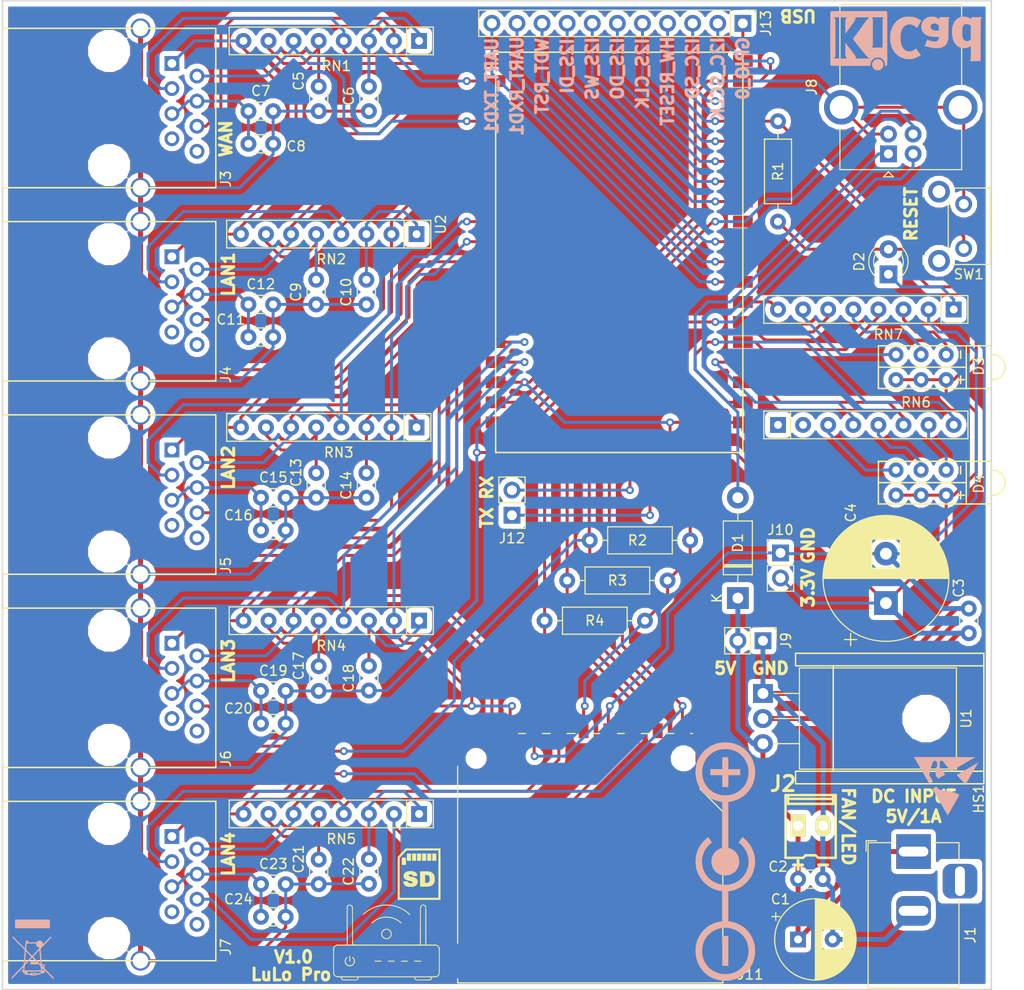
<source format=kicad_pcb>
(kicad_pcb (version 20171130) (host pcbnew 5.1.5-52549c5~86~ubuntu19.04.1)
  (title_block (title "Open Router") (date 2019-03-13) (rev "Rev V1.0"))
  (layers (0 F.Cu signal) (31 B.Cu signal hide) (34 B.Paste user) (35 F.Paste user) (36 B.SilkS user) (37 F.SilkS user) (38 B.Mask user) (39 F.Mask user) (44 Edge.Cuts user))
  (net 0 "")
  (net 1 "Net-(C1-Pad1)")
  (net 2 +3V3)
  (net 3 "Net-(C5-Pad2)")
  (net 4 "Net-(C6-Pad2)")
  (net 5 "Net-(C7-Pad1)")
  (net 6 "Net-(C9-Pad2)")
  (net 7 "Net-(C10-Pad2)")
  (net 8 "Net-(C11-Pad1)")
  (net 9 "Net-(C13-Pad2)")
  (net 10 "Net-(C14-Pad2)")
  (net 11 "Net-(C15-Pad1)")
  (net 12 "Net-(C17-Pad2)")
  (net 13 "Net-(C18-Pad2)")
  (net 14 "Net-(C19-Pad1)")
  (net 15 "Net-(C21-Pad2)")
  (net 16 "Net-(C22-Pad2)")
  (net 17 "Net-(C23-Pad1)")
  (net 18 "Net-(D1-Pad2)")
  (net 19 "Net-(D2-Pad1)")
  (net 20 "Net-(D3-Pad5)")
  (net 21 "Net-(D3-Pad3)")
  (net 22 "Net-(D3-Pad1)")
  (net 23 "Net-(D4-Pad1)")
  (net 24 "Net-(J8-Pad2)")
  (net 25 "Net-(J8-Pad3)")
  (net 26 "Net-(RN6-Pad4)")
  (net 27 "Net-(RN6-Pad6)")
  (net 28 "Net-(RN6-Pad8)")
  (net 29 "Net-(RN7-Pad8)")
  (net 30 "Net-(RN7-Pad6)")
  (net 31 "Net-(RN7-Pad4)")
  (net 32 "Net-(J3-Pad6)")
  (net 33 "Net-(J3-Pad2)")
  (net 34 "Net-(J3-Pad3)")
  (net 35 "Net-(J3-Pad1)")
  (net 36 "Net-(J4-Pad1)")
  (net 37 "Net-(J4-Pad3)")
  (net 38 "Net-(J4-Pad2)")
  (net 39 "Net-(J4-Pad6)")
  (net 40 "Net-(J5-Pad1)")
  (net 41 "Net-(J5-Pad3)")
  (net 42 "Net-(J5-Pad2)")
  (net 43 "Net-(J5-Pad6)")
  (net 44 "Net-(J6-Pad2)")
  (net 45 "Net-(J6-Pad1)")
  (net 46 "Net-(C1-Pad2)")
  (net 47 "Net-(J11-Pad7)")
  (net 48 "Net-(J11-Pad8)")
  (net 49 "Net-(J11-Pad2)")
  (net 50 "Net-(J11-Pad5)")
  (net 51 "Net-(J11-Pad1)")
  (net 52 "Net-(D4-Pad5)")
  (net 53 "Net-(D4-Pad3)")
  (net 54 "Net-(J11-Pad9)")
  (net 55 "Net-(J12-Pad1)")
  (net 56 "Net-(J12-Pad2)")
  (net 57 "Net-(J13-Pad1)")
  (net 58 "Net-(J13-Pad2)")
  (net 59 "Net-(J13-Pad3)")
  (net 60 "Net-(J13-Pad4)")
  (net 61 "Net-(J13-Pad5)")
  (net 62 "Net-(J13-Pad6)")
  (net 63 "Net-(J13-Pad7)")
  (net 64 "Net-(J13-Pad8)")
  (net 65 "Net-(J13-Pad9)")
  (net 66 "Net-(J13-Pad10)")
  (net 67 "Net-(J13-Pad11)")
  (module Capacitor_THT:CP_Radial_D12.5mm_P5.00mm (layer F.Cu) (at 200.152 92.964 90)
    (fp_text reference C4 (at 9.144 -3.556 90) (layer F.SilkS))
    (fp_text value 3300UF)
    (pad 1 thru_hole rect (at 0 0 90) (size 2.4 2.4) (drill 1.2) (layers *.Cu *.Mask) (net 2 +3V3))
    (pad 2 thru_hole circle (at 5 0 90) (size 2.4 2.4) (drill 1.2) (layers *.Cu *.Mask) (net 46 "Net-(C1-Pad2)"))
  )
  (module d01a_heat_sink:D01A_Heat_Sink (layer F.Cu) (at 191.008 98.044 270)
    (fp_text reference HS1 (at 14.732 -18.542 270) (layer F.SilkS))
    (fp_text value Heatsink)
    (pad "" np_thru_hole circle (at 6.604 -13.208 270) (size 3.81 3.81) (drill 3.81) (layers *.Cu *.Mask))
  )
  (module Capacitor_THT:CP_Radial_D8.0mm_P3.50mm (layer F.Cu) (at 191.262 127)
    (fp_text reference C1 (at -1.778 -4.064) (layer F.SilkS))
    (fp_text value 680UF)
    (pad 1 thru_hole rect (at 0 0) (size 1.6 1.6) (drill 0.8) (layers *.Cu *.Mask) (net 1 "Net-(C1-Pad1)"))
    (pad 2 thru_hole circle (at 3.5 0) (size 1.6 1.6) (drill 0.8) (layers *.Cu *.Mask) (net 46 "Net-(C1-Pad2)"))
  )
  (module Capacitor_THT:C_Disc_D3.0mm_W1.6mm_P2.50mm (layer F.Cu) (at 191.262 120.904)
    (fp_text reference C2 (at -2.032 -1.27) (layer F.SilkS))
    (fp_text value 100NF)
    (pad 2 thru_hole circle (at 2.5 0) (size 1.6 1.6) (drill 0.8) (layers *.Cu *.Mask) (net 46 "Net-(C1-Pad2)"))
    (pad 1 thru_hole circle (at 0 0) (size 1.6 1.6) (drill 0.8) (layers *.Cu *.Mask) (net 1 "Net-(C1-Pad1)"))
  )
  (module Capacitor_THT:C_Disc_D3.0mm_W1.6mm_P2.50mm (layer F.Cu) (at 208.534 96.012 90)
    (fp_text reference C3 (at 4.572 -1.016 90) (layer F.SilkS))
    (fp_text value 100NF)
    (pad 1 thru_hole circle (at 0 0 90) (size 1.6 1.6) (drill 0.8) (layers *.Cu *.Mask) (net 2 +3V3))
    (pad 2 thru_hole circle (at 2.5 0 90) (size 1.6 1.6) (drill 0.8) (layers *.Cu *.Mask) (net 46 "Net-(C1-Pad2)"))
  )
  (module Capacitor_THT:C_Disc_D3.0mm_W1.6mm_P2.50mm (layer F.Cu) (at 142.748 43.18 90)
    (fp_text reference C5 (at 3.048 -2.032 90) (layer F.SilkS))
    (fp_text value 100NF)
    (pad 2 thru_hole circle (at 2.5 0 90) (size 1.6 1.6) (drill 0.8) (layers *.Cu *.Mask) (net 3 "Net-(C5-Pad2)"))
    (pad 1 thru_hole circle (at 0 0 90) (size 1.6 1.6) (drill 0.8) (layers *.Cu *.Mask) (net 46 "Net-(C1-Pad2)"))
  )
  (module Capacitor_THT:C_Disc_D3.0mm_W1.6mm_P2.50mm (layer F.Cu) (at 147.828 43.18 90)
    (fp_text reference C6 (at 1.524 -2.032 90) (layer F.SilkS))
    (fp_text value 100NF)
    (pad 2 thru_hole circle (at 2.5 0 90) (size 1.6 1.6) (drill 0.8) (layers *.Cu *.Mask) (net 4 "Net-(C6-Pad2)"))
    (pad 1 thru_hole circle (at 0 0 90) (size 1.6 1.6) (drill 0.8) (layers *.Cu *.Mask) (net 46 "Net-(C1-Pad2)"))
  )
  (module Capacitor_THT:C_Disc_D3.0mm_W1.6mm_P2.50mm (layer F.Cu) (at 135.636 43.18)
    (fp_text reference C7 (at 1.25 -2.05) (layer F.SilkS))
    (fp_text value 10NF)
    (pad 1 thru_hole circle (at 0 0) (size 1.6 1.6) (drill 0.8) (layers *.Cu *.Mask) (net 5 "Net-(C7-Pad1)"))
    (pad 2 thru_hole circle (at 2.5 0) (size 1.6 1.6) (drill 0.8) (layers *.Cu *.Mask) (net 46 "Net-(C1-Pad2)"))
  )
  (module Capacitor_THT:C_Disc_D3.0mm_W1.6mm_P2.50mm (layer F.Cu) (at 135.636 46.482)
    (fp_text reference C8 (at 4.826 0.254) (layer F.SilkS))
    (fp_text value 100NF)
    (pad 1 thru_hole circle (at 0 0) (size 1.6 1.6) (drill 0.8) (layers *.Cu *.Mask) (net 5 "Net-(C7-Pad1)"))
    (pad 2 thru_hole circle (at 2.5 0) (size 1.6 1.6) (drill 0.8) (layers *.Cu *.Mask) (net 46 "Net-(C1-Pad2)"))
  )
  (module Capacitor_THT:C_Disc_D3.0mm_W1.6mm_P2.50mm (layer F.Cu) (at 142.494 62.738 90)
    (fp_text reference C9 (at 1.25 -2.05 90) (layer F.SilkS))
    (fp_text value 100NF)
    (pad 2 thru_hole circle (at 2.5 0 90) (size 1.6 1.6) (drill 0.8) (layers *.Cu *.Mask) (net 6 "Net-(C9-Pad2)"))
    (pad 1 thru_hole circle (at 0 0 90) (size 1.6 1.6) (drill 0.8) (layers *.Cu *.Mask) (net 46 "Net-(C1-Pad2)"))
  )
  (module Capacitor_THT:C_Disc_D3.0mm_W1.6mm_P2.50mm (layer F.Cu) (at 147.574 62.738 90)
    (fp_text reference C10 (at 1.25 -2.05 90) (layer F.SilkS))
    (fp_text value 100NF)
    (pad 1 thru_hole circle (at 0 0 90) (size 1.6 1.6) (drill 0.8) (layers *.Cu *.Mask) (net 46 "Net-(C1-Pad2)"))
    (pad 2 thru_hole circle (at 2.5 0 90) (size 1.6 1.6) (drill 0.8) (layers *.Cu *.Mask) (net 7 "Net-(C10-Pad2)"))
  )
  (module Capacitor_THT:C_Disc_D3.0mm_W1.6mm_P2.50mm (layer F.Cu) (at 135.636 66.04)
    (fp_text reference C11 (at -1.778 -1.778) (layer F.SilkS))
    (fp_text value 10NF)
    (pad 2 thru_hole circle (at 2.5 0) (size 1.6 1.6) (drill 0.8) (layers *.Cu *.Mask) (net 46 "Net-(C1-Pad2)"))
    (pad 1 thru_hole circle (at 0 0) (size 1.6 1.6) (drill 0.8) (layers *.Cu *.Mask) (net 8 "Net-(C11-Pad1)"))
  )
  (module Capacitor_THT:C_Disc_D3.0mm_W1.6mm_P2.50mm (layer F.Cu) (at 135.636 62.738)
    (fp_text reference C12 (at 1.25 -2.05) (layer F.SilkS))
    (fp_text value 100NF)
    (pad 2 thru_hole circle (at 2.5 0) (size 1.6 1.6) (drill 0.8) (layers *.Cu *.Mask) (net 46 "Net-(C1-Pad2)"))
    (pad 1 thru_hole circle (at 0 0) (size 1.6 1.6) (drill 0.8) (layers *.Cu *.Mask) (net 8 "Net-(C11-Pad1)"))
  )
  (module Capacitor_THT:C_Disc_D3.0mm_W1.6mm_P2.50mm (layer F.Cu) (at 142.494 82.296 90)
    (fp_text reference C13 (at 2.54 -2.032 90) (layer F.SilkS))
    (fp_text value 100NF)
    (pad 1 thru_hole circle (at 0 0 90) (size 1.6 1.6) (drill 0.8) (layers *.Cu *.Mask) (net 46 "Net-(C1-Pad2)"))
    (pad 2 thru_hole circle (at 2.5 0 90) (size 1.6 1.6) (drill 0.8) (layers *.Cu *.Mask) (net 9 "Net-(C13-Pad2)"))
  )
  (module Capacitor_THT:C_Disc_D3.0mm_W1.6mm_P2.50mm (layer F.Cu) (at 147.574 82.296 90)
    (fp_text reference C14 (at 1.25 -2.05 90) (layer F.SilkS))
    (fp_text value 100NF)
    (pad 2 thru_hole circle (at 2.5 0 90) (size 1.6 1.6) (drill 0.8) (layers *.Cu *.Mask) (net 10 "Net-(C14-Pad2)"))
    (pad 1 thru_hole circle (at 0 0 90) (size 1.6 1.6) (drill 0.8) (layers *.Cu *.Mask) (net 46 "Net-(C1-Pad2)"))
  )
  (module Capacitor_THT:C_Disc_D3.0mm_W1.6mm_P2.50mm (layer F.Cu) (at 136.906 82.296)
    (fp_text reference C15 (at 1.25 -2.05) (layer F.SilkS))
    (fp_text value 10NF)
    (pad 1 thru_hole circle (at 0 0) (size 1.6 1.6) (drill 0.8) (layers *.Cu *.Mask) (net 11 "Net-(C15-Pad1)"))
    (pad 2 thru_hole circle (at 2.5 0) (size 1.6 1.6) (drill 0.8) (layers *.Cu *.Mask) (net 46 "Net-(C1-Pad2)"))
  )
  (module Capacitor_THT:C_Disc_D3.0mm_W1.6mm_P2.50mm (layer F.Cu) (at 136.906 85.598)
    (fp_text reference C16 (at -2.286 -1.524) (layer F.SilkS))
    (fp_text value 100NF)
    (pad 2 thru_hole circle (at 2.5 0) (size 1.6 1.6) (drill 0.8) (layers *.Cu *.Mask) (net 46 "Net-(C1-Pad2)"))
    (pad 1 thru_hole circle (at 0 0) (size 1.6 1.6) (drill 0.8) (layers *.Cu *.Mask) (net 11 "Net-(C15-Pad1)"))
  )
  (module Capacitor_THT:C_Disc_D3.0mm_W1.6mm_P2.50mm (layer F.Cu) (at 142.748 101.854 90)
    (fp_text reference C17 (at 2.54 -2.032 90) (layer F.SilkS))
    (fp_text value 100NF)
    (pad 1 thru_hole circle (at 0 0 90) (size 1.6 1.6) (drill 0.8) (layers *.Cu *.Mask) (net 46 "Net-(C1-Pad2)"))
    (pad 2 thru_hole circle (at 2.5 0 90) (size 1.6 1.6) (drill 0.8) (layers *.Cu *.Mask) (net 12 "Net-(C17-Pad2)"))
  )
  (module Capacitor_THT:C_Disc_D3.0mm_W1.6mm_P2.50mm (layer F.Cu) (at 147.828 101.814 90)
    (fp_text reference C18 (at 1.25 -2.05 90) (layer F.SilkS))
    (fp_text value 100NF)
    (pad 2 thru_hole circle (at 2.5 0 90) (size 1.6 1.6) (drill 0.8) (layers *.Cu *.Mask) (net 13 "Net-(C18-Pad2)"))
    (pad 1 thru_hole circle (at 0 0 90) (size 1.6 1.6) (drill 0.8) (layers *.Cu *.Mask) (net 46 "Net-(C1-Pad2)"))
  )
  (module Capacitor_THT:C_Disc_D3.0mm_W1.6mm_P2.50mm (layer F.Cu) (at 136.906 101.854)
    (fp_text reference C19 (at 1.25 -2.05) (layer F.SilkS))
    (fp_text value 10NF)
    (pad 1 thru_hole circle (at 0 0) (size 1.6 1.6) (drill 0.8) (layers *.Cu *.Mask) (net 14 "Net-(C19-Pad1)"))
    (pad 2 thru_hole circle (at 2.5 0) (size 1.6 1.6) (drill 0.8) (layers *.Cu *.Mask) (net 46 "Net-(C1-Pad2)"))
  )
  (module Capacitor_THT:C_Disc_D3.0mm_W1.6mm_P2.50mm (layer F.Cu) (at 136.906 105.156)
    (fp_text reference C20 (at -2.286 -1.524) (layer F.SilkS))
    (fp_text value 100NF)
    (pad 2 thru_hole circle (at 2.5 0) (size 1.6 1.6) (drill 0.8) (layers *.Cu *.Mask) (net 46 "Net-(C1-Pad2)"))
    (pad 1 thru_hole circle (at 0 0) (size 1.6 1.6) (drill 0.8) (layers *.Cu *.Mask) (net 14 "Net-(C19-Pad1)"))
  )
  (module Capacitor_THT:C_Disc_D3.0mm_W1.6mm_P2.50mm (layer F.Cu) (at 142.748 121.412 90)
    (fp_text reference C21 (at 2.54 -2.032 90) (layer F.SilkS))
    (fp_text value 100NF)
    (pad 1 thru_hole circle (at 0 0 90) (size 1.6 1.6) (drill 0.8) (layers *.Cu *.Mask) (net 46 "Net-(C1-Pad2)"))
    (pad 2 thru_hole circle (at 2.5 0 90) (size 1.6 1.6) (drill 0.8) (layers *.Cu *.Mask) (net 15 "Net-(C21-Pad2)"))
  )
  (module Capacitor_THT:C_Disc_D3.0mm_W1.6mm_P2.50mm (layer F.Cu) (at 147.828 121.372 90)
    (fp_text reference C22 (at 1.25 -2.05 90) (layer F.SilkS))
    (fp_text value 100NF)
    (pad 2 thru_hole circle (at 2.5 0 90) (size 1.6 1.6) (drill 0.8) (layers *.Cu *.Mask) (net 16 "Net-(C22-Pad2)"))
    (pad 1 thru_hole circle (at 0 0 90) (size 1.6 1.6) (drill 0.8) (layers *.Cu *.Mask) (net 46 "Net-(C1-Pad2)"))
  )
  (module Capacitor_THT:C_Disc_D3.0mm_W1.6mm_P2.50mm (layer F.Cu) (at 136.906 121.412)
    (fp_text reference C23 (at 1.25 -2.05) (layer F.SilkS))
    (fp_text value 10NF)
    (pad 1 thru_hole circle (at 0 0) (size 1.6 1.6) (drill 0.8) (layers *.Cu *.Mask) (net 17 "Net-(C23-Pad1)"))
    (pad 2 thru_hole circle (at 2.5 0) (size 1.6 1.6) (drill 0.8) (layers *.Cu *.Mask) (net 46 "Net-(C1-Pad2)"))
  )
  (module Capacitor_THT:C_Disc_D3.0mm_W1.6mm_P2.50mm (layer F.Cu) (at 136.906 124.714)
    (fp_text reference C24 (at -2.286 -1.778) (layer F.SilkS))
    (fp_text value 100NF)
    (pad 1 thru_hole circle (at 0 0) (size 1.6 1.6) (drill 0.8) (layers *.Cu *.Mask) (net 17 "Net-(C23-Pad1)"))
    (pad 2 thru_hole circle (at 2.5 0) (size 1.6 1.6) (drill 0.8) (layers *.Cu *.Mask) (net 46 "Net-(C1-Pad2)"))
  )
  (module Diode_THT:D_DO-41_SOD81_P10.16mm_Horizontal (layer F.Cu) (at 185.166 92.456 90)
    (fp_text reference D1 (at 5.588 0 90) (layer F.SilkS))
    (fp_text value D_Schottky)
    (fp_text user K (at 0 -2.1 90) (layer F.SilkS))
    (pad 1 thru_hole rect (at 0 0 90) (size 2.2 2.2) (drill 1.1) (layers *.Cu *.Mask) (net 1 "Net-(C1-Pad1)"))
    (pad 2 thru_hole oval (at 10.16 0 90) (size 2.2 2.2) (drill 1.1) (layers *.Cu *.Mask) (net 18 "Net-(D1-Pad2)"))
  )
  (module openrouter:L-7104SA-3GD (layer F.Cu) (at 199.39 66.929 270)
    (fp_text reference D3 (at 2.032 -10.16 270) (layer F.SilkS))
    (fp_text value L-7104SA-3GD)
    (fp_text user - (at 0.889 -8.255 270) (layer F.SilkS))
    (fp_text user + (at 3.429 -8.255 270) (layer F.SilkS))
    (pad 6 thru_hole circle (at 3.429 -1.778 270) (size 1.524 1.524) (drill 0.762) (layers *.Cu *.Mask) (net 2 +3V3))
    (pad 5 thru_hole circle (at 0.889 -1.778 270) (size 1.524 1.524) (drill 0.762) (layers *.Cu *.Mask) (net 20 "Net-(D3-Pad5)"))
    (pad 4 thru_hole circle (at 3.429 -4.318 270) (size 1.524 1.524) (drill 0.762) (layers *.Cu *.Mask) (net 2 +3V3))
    (pad 3 thru_hole circle (at 0.889 -4.318 270) (size 1.524 1.524) (drill 0.762) (layers *.Cu *.Mask) (net 21 "Net-(D3-Pad3)"))
    (pad 2 thru_hole circle (at 3.429 -6.858 270) (size 1.524 1.524) (drill 0.762) (layers *.Cu *.Mask) (net 2 +3V3))
    (pad 1 thru_hole circle (at 0.889 -6.858 270) (size 1.524 1.524) (drill 0.762) (layers *.Cu *.Mask) (net 22 "Net-(D3-Pad1)"))
  )
  (module Resistor_THT:R_Array_SIP8 (layer F.Cu) (at 152.908 36.068 180)
    (fp_text reference RN1 (at 8.382 -2.54 180) (layer F.SilkS))
    (fp_text value R_Pack04_SIP)
    (pad 8 thru_hole oval (at 17.78 0 180) (size 1.6 1.6) (drill 0.8) (layers *.Cu *.Mask) (net 35 "Net-(J3-Pad1)"))
    (pad 7 thru_hole oval (at 15.24 0 180) (size 1.6 1.6) (drill 0.8) (layers *.Cu *.Mask) (net 3 "Net-(C5-Pad2)"))
    (pad 6 thru_hole oval (at 12.7 0 180) (size 1.6 1.6) (drill 0.8) (layers *.Cu *.Mask) (net 33 "Net-(J3-Pad2)"))
    (pad 5 thru_hole oval (at 10.16 0 180) (size 1.6 1.6) (drill 0.8) (layers *.Cu *.Mask) (net 3 "Net-(C5-Pad2)"))
    (pad 4 thru_hole oval (at 7.62 0 180) (size 1.6 1.6) (drill 0.8) (layers *.Cu *.Mask) (net 34 "Net-(J3-Pad3)"))
    (pad 3 thru_hole oval (at 5.08 0 180) (size 1.6 1.6) (drill 0.8) (layers *.Cu *.Mask) (net 4 "Net-(C6-Pad2)"))
    (pad 2 thru_hole oval (at 2.54 0 180) (size 1.6 1.6) (drill 0.8) (layers *.Cu *.Mask) (net 32 "Net-(J3-Pad6)"))
    (pad 1 thru_hole rect (at 0 0 180) (size 1.6 1.6) (drill 0.8) (layers *.Cu *.Mask) (net 4 "Net-(C6-Pad2)"))
  )
  (module Resistor_THT:R_Array_SIP8 (layer F.Cu) (at 152.654 55.626 180)
    (fp_text reference RN2 (at 8.636 -2.54 180) (layer F.SilkS))
    (fp_text value R_Pack04_SIP)
    (pad 8 thru_hole oval (at 17.78 0 180) (size 1.6 1.6) (drill 0.8) (layers *.Cu *.Mask) (net 36 "Net-(J4-Pad1)"))
    (pad 7 thru_hole oval (at 15.24 0 180) (size 1.6 1.6) (drill 0.8) (layers *.Cu *.Mask) (net 6 "Net-(C9-Pad2)"))
    (pad 6 thru_hole oval (at 12.7 0 180) (size 1.6 1.6) (drill 0.8) (layers *.Cu *.Mask) (net 38 "Net-(J4-Pad2)"))
    (pad 5 thru_hole oval (at 10.16 0 180) (size 1.6 1.6) (drill 0.8) (layers *.Cu *.Mask) (net 6 "Net-(C9-Pad2)"))
    (pad 4 thru_hole oval (at 7.62 0 180) (size 1.6 1.6) (drill 0.8) (layers *.Cu *.Mask) (net 37 "Net-(J4-Pad3)"))
    (pad 3 thru_hole oval (at 5.08 0 180) (size 1.6 1.6) (drill 0.8) (layers *.Cu *.Mask) (net 7 "Net-(C10-Pad2)"))
    (pad 2 thru_hole oval (at 2.54 0 180) (size 1.6 1.6) (drill 0.8) (layers *.Cu *.Mask) (net 39 "Net-(J4-Pad6)"))
    (pad 1 thru_hole rect (at 0 0 180) (size 1.6 1.6) (drill 0.8) (layers *.Cu *.Mask) (net 7 "Net-(C10-Pad2)"))
  )
  (module Resistor_THT:R_Array_SIP8 (layer F.Cu) (at 152.654 75.184 180)
    (fp_text reference RN3 (at 7.874 -2.54 180) (layer F.SilkS))
    (fp_text value R_Pack04_SIP)
    (pad 1 thru_hole rect (at 0 0 180) (size 1.6 1.6) (drill 0.8) (layers *.Cu *.Mask) (net 10 "Net-(C14-Pad2)"))
    (pad 2 thru_hole oval (at 2.54 0 180) (size 1.6 1.6) (drill 0.8) (layers *.Cu *.Mask) (net 43 "Net-(J5-Pad6)"))
    (pad 3 thru_hole oval (at 5.08 0 180) (size 1.6 1.6) (drill 0.8) (layers *.Cu *.Mask) (net 10 "Net-(C14-Pad2)"))
    (pad 4 thru_hole oval (at 7.62 0 180) (size 1.6 1.6) (drill 0.8) (layers *.Cu *.Mask) (net 41 "Net-(J5-Pad3)"))
    (pad 5 thru_hole oval (at 10.16 0 180) (size 1.6 1.6) (drill 0.8) (layers *.Cu *.Mask) (net 9 "Net-(C13-Pad2)"))
    (pad 6 thru_hole oval (at 12.7 0 180) (size 1.6 1.6) (drill 0.8) (layers *.Cu *.Mask) (net 42 "Net-(J5-Pad2)"))
    (pad 7 thru_hole oval (at 15.24 0 180) (size 1.6 1.6) (drill 0.8) (layers *.Cu *.Mask) (net 9 "Net-(C13-Pad2)"))
    (pad 8 thru_hole oval (at 17.78 0 180) (size 1.6 1.6) (drill 0.8) (layers *.Cu *.Mask) (net 40 "Net-(J5-Pad1)"))
  )
  (module Resistor_THT:R_Array_SIP8 (layer F.Cu) (at 152.908 94.742 180)
    (fp_text reference RN4 (at 8.89 -2.54 180) (layer F.SilkS))
    (fp_text value R_Pack04_SIP)
    (pad 1 thru_hole rect (at 0 0 180) (size 1.6 1.6) (drill 0.8) (layers *.Cu *.Mask) (net 13 "Net-(C18-Pad2)"))
    (pad 2 thru_hole oval (at 2.54 0 180) (size 1.6 1.6) (drill 0.8) (layers *.Cu *.Mask) (net 47 "Net-(J11-Pad7)"))
    (pad 3 thru_hole oval (at 5.08 0 180) (size 1.6 1.6) (drill 0.8) (layers *.Cu *.Mask) (net 13 "Net-(C18-Pad2)"))
    (pad 4 thru_hole oval (at 7.62 0 180) (size 1.6 1.6) (drill 0.8) (layers *.Cu *.Mask) (net 48 "Net-(J11-Pad8)"))
    (pad 5 thru_hole oval (at 10.16 0 180) (size 1.6 1.6) (drill 0.8) (layers *.Cu *.Mask) (net 12 "Net-(C17-Pad2)"))
    (pad 6 thru_hole oval (at 12.7 0 180) (size 1.6 1.6) (drill 0.8) (layers *.Cu *.Mask) (net 44 "Net-(J6-Pad2)"))
    (pad 7 thru_hole oval (at 15.24 0 180) (size 1.6 1.6) (drill 0.8) (layers *.Cu *.Mask) (net 12 "Net-(C17-Pad2)"))
    (pad 8 thru_hole oval (at 17.78 0 180) (size 1.6 1.6) (drill 0.8) (layers *.Cu *.Mask) (net 45 "Net-(J6-Pad1)"))
  )
  (module Resistor_THT:R_Array_SIP8 (layer F.Cu) (at 152.908 114.3 180)
    (fp_text reference RN5 (at 7.874 -2.54 180) (layer F.SilkS))
    (fp_text value R_Pack04_SIP)
    (pad 1 thru_hole rect (at 0 0 180) (size 1.6 1.6) (drill 0.8) (layers *.Cu *.Mask) (net 16 "Net-(C22-Pad2)"))
    (pad 2 thru_hole oval (at 2.54 0 180) (size 1.6 1.6) (drill 0.8) (layers *.Cu *.Mask) (net 49 "Net-(J11-Pad2)"))
    (pad 3 thru_hole oval (at 5.08 0 180) (size 1.6 1.6) (drill 0.8) (layers *.Cu *.Mask) (net 16 "Net-(C22-Pad2)"))
    (pad 4 thru_hole oval (at 7.62 0 180) (size 1.6 1.6) (drill 0.8) (layers *.Cu *.Mask) (net 50 "Net-(J11-Pad5)"))
    (pad 5 thru_hole oval (at 10.16 0 180) (size 1.6 1.6) (drill 0.8) (layers *.Cu *.Mask) (net 15 "Net-(C21-Pad2)"))
    (pad 6 thru_hole oval (at 12.7 0 180) (size 1.6 1.6) (drill 0.8) (layers *.Cu *.Mask) (net 54 "Net-(J11-Pad9)"))
    (pad 7 thru_hole oval (at 15.24 0 180) (size 1.6 1.6) (drill 0.8) (layers *.Cu *.Mask) (net 15 "Net-(C21-Pad2)"))
    (pad 8 thru_hole oval (at 17.78 0 180) (size 1.6 1.6) (drill 0.8) (layers *.Cu *.Mask) (net 51 "Net-(J11-Pad1)"))
  )
  (module Resistor_THT:R_Array_SIP8 (layer F.Cu) (at 189.23 74.93)
    (fp_text reference RN6 (at 13.97 -2.286) (layer F.SilkS))
    (fp_text value R_Pack04_SIP)
    (pad 1 thru_hole rect (at 0 0) (size 1.6 1.6) (drill 0.8) (layers *.Cu *.Mask))
    (pad 2 thru_hole oval (at 2.54 0) (size 1.6 1.6) (drill 0.8) (layers *.Cu *.Mask))
    (pad 3 thru_hole oval (at 5.08 0) (size 1.6 1.6) (drill 0.8) (layers *.Cu *.Mask) (net 52 "Net-(D4-Pad5)"))
    (pad 4 thru_hole oval (at 7.62 0) (size 1.6 1.6) (drill 0.8) (layers *.Cu *.Mask) (net 26 "Net-(RN6-Pad4)"))
    (pad 5 thru_hole oval (at 10.16 0) (size 1.6 1.6) (drill 0.8) (layers *.Cu *.Mask) (net 53 "Net-(D4-Pad3)"))
    (pad 6 thru_hole oval (at 12.7 0) (size 1.6 1.6) (drill 0.8) (layers *.Cu *.Mask) (net 27 "Net-(RN6-Pad6)"))
    (pad 7 thru_hole oval (at 15.24 0) (size 1.6 1.6) (drill 0.8) (layers *.Cu *.Mask) (net 23 "Net-(D4-Pad1)"))
    (pad 8 thru_hole oval (at 17.78 0) (size 1.6 1.6) (drill 0.8) (layers *.Cu *.Mask) (net 28 "Net-(RN6-Pad8)"))
  )
  (module Resistor_THT:R_Array_SIP8 (layer F.Cu) (at 207.01 63.246 180)
    (fp_text reference RN7 (at 6.604 -2.54 180) (layer F.SilkS))
    (fp_text value R_Pack04_SIP)
    (pad 8 thru_hole oval (at 17.78 0 180) (size 1.6 1.6) (drill 0.8) (layers *.Cu *.Mask) (net 29 "Net-(RN7-Pad8)"))
    (pad 7 thru_hole oval (at 15.24 0 180) (size 1.6 1.6) (drill 0.8) (layers *.Cu *.Mask) (net 20 "Net-(D3-Pad5)"))
    (pad 6 thru_hole oval (at 12.7 0 180) (size 1.6 1.6) (drill 0.8) (layers *.Cu *.Mask) (net 30 "Net-(RN7-Pad6)"))
    (pad 5 thru_hole oval (at 10.16 0 180) (size 1.6 1.6) (drill 0.8) (layers *.Cu *.Mask) (net 21 "Net-(D3-Pad3)"))
    (pad 4 thru_hole oval (at 7.62 0 180) (size 1.6 1.6) (drill 0.8) (layers *.Cu *.Mask) (net 31 "Net-(RN7-Pad4)"))
    (pad 3 thru_hole oval (at 5.08 0 180) (size 1.6 1.6) (drill 0.8) (layers *.Cu *.Mask) (net 22 "Net-(D3-Pad1)"))
    (pad 2 thru_hole oval (at 2.54 0 180) (size 1.6 1.6) (drill 0.8) (layers *.Cu *.Mask) (net 46 "Net-(C1-Pad2)"))
    (pad 1 thru_hole rect (at 0 0 180) (size 1.6 1.6) (drill 0.8) (layers *.Cu *.Mask) (net 19 "Net-(D2-Pad1)"))
  )
  (module Button_Switch_THT:SW_Tactile_SKHH_Angled (layer F.Cu) (at 208.026 52.578 270)
    (fp_text reference SW1 (at 7.112 -0.508) (layer F.SilkS))
    (fp_text value SW_Push)
    (pad "" thru_hole circle (at 5.75 2.5 90) (size 2.2 2.2) (drill 1.3) (layers *.Cu *.Mask))
    (pad "" thru_hole circle (at -1.25 2.5 90) (size 2.2 2.2) (drill 1.3) (layers *.Cu *.Mask))
    (pad 2 thru_hole circle (at 4.5 0 90) (size 1.7 1.7) (drill 1) (layers *.Cu *.Mask) (net 60 "Net-(J13-Pad4)"))
    (pad 1 thru_hole circle (at 0 0 90) (size 1.7 1.7) (drill 1) (layers *.Cu *.Mask) (net 46 "Net-(C1-Pad2)"))
  )
  (module openrouter:SI-60008-F (layer F.Cu) (at 110.744 34.798 270)
    (fp_text reference J3 (at 15.24 -22.606 270) (layer F.SilkS))
    (fp_text value RJ45_Shielded)
    (pad SH thru_hole circle (at 16.129 -13.97 270) (size 2 2) (drill 1.57) (layers *.Cu *.Mask) (net 46 "Net-(C1-Pad2)"))
    (pad SH thru_hole circle (at 0 -13.97 270) (size 2 2) (drill 1.57) (layers *.Cu *.Mask) (net 46 "Net-(C1-Pad2)"))
    (pad "" np_thru_hole circle (at 2.286 -10.795 270) (size 3.25 3.25) (drill 3.25) (layers *.Cu *.Mask))
    (pad "" np_thru_hole circle (at 13.843 -10.795 270) (size 3.25 3.25) (drill 3.25) (layers *.Cu *.Mask))
    (pad 8 thru_hole circle (at 12.446 -19.685 270) (size 1.5 1.5) (drill 0.89) (layers *.Cu *.Mask))
    (pad 6 thru_hole circle (at 9.906 -19.685 270) (size 1.5 1.5) (drill 0.89) (layers *.Cu *.Mask) (net 32 "Net-(J3-Pad6)"))
    (pad 4 thru_hole circle (at 7.366 -19.685 270) (size 1.5 1.5) (drill 0.89) (layers *.Cu *.Mask) (net 5 "Net-(C7-Pad1)"))
    (pad 2 thru_hole circle (at 4.826 -19.685 270) (size 1.5 1.5) (drill 0.89) (layers *.Cu *.Mask) (net 33 "Net-(J3-Pad2)"))
    (pad 7 thru_hole circle (at 11.176 -17.145 270) (size 1.5 1.5) (drill 0.89) (layers *.Cu *.Mask))
    (pad 5 thru_hole circle (at 8.636 -17.145 270) (size 1.5 1.5) (drill 0.89) (layers *.Cu *.Mask) (net 5 "Net-(C7-Pad1)"))
    (pad 3 thru_hole circle (at 6.096 -17.145 270) (size 1.5 1.5) (drill 0.89) (layers *.Cu *.Mask) (net 34 "Net-(J3-Pad3)"))
    (pad 1 thru_hole rect (at 3.556 -17.145 270) (size 1.5 1.5) (drill 0.89) (layers *.Cu *.Mask) (net 35 "Net-(J3-Pad1)"))
  )
  (module openrouter:SI-60008-F (layer F.Cu) (at 110.744 54.356 270)
    (fp_text reference J4 (at 15.494 -22.606 270) (layer F.SilkS))
    (fp_text value RJ45_Shielded)
    (pad 1 thru_hole rect (at 3.556 -17.145 270) (size 1.5 1.5) (drill 0.89) (layers *.Cu *.Mask) (net 36 "Net-(J4-Pad1)"))
    (pad 3 thru_hole circle (at 6.096 -17.145 270) (size 1.5 1.5) (drill 0.89) (layers *.Cu *.Mask) (net 37 "Net-(J4-Pad3)"))
    (pad 5 thru_hole circle (at 8.636 -17.145 270) (size 1.5 1.5) (drill 0.89) (layers *.Cu *.Mask) (net 8 "Net-(C11-Pad1)"))
    (pad 7 thru_hole circle (at 11.176 -17.145 270) (size 1.5 1.5) (drill 0.89) (layers *.Cu *.Mask))
    (pad 2 thru_hole circle (at 4.826 -19.685 270) (size 1.5 1.5) (drill 0.89) (layers *.Cu *.Mask) (net 38 "Net-(J4-Pad2)"))
    (pad 4 thru_hole circle (at 7.366 -19.685 270) (size 1.5 1.5) (drill 0.89) (layers *.Cu *.Mask) (net 8 "Net-(C11-Pad1)"))
    (pad 6 thru_hole circle (at 9.906 -19.685 270) (size 1.5 1.5) (drill 0.89) (layers *.Cu *.Mask) (net 39 "Net-(J4-Pad6)"))
    (pad 8 thru_hole circle (at 12.446 -19.685 270) (size 1.5 1.5) (drill 0.89) (layers *.Cu *.Mask))
    (pad "" np_thru_hole circle (at 13.843 -10.795 270) (size 3.25 3.25) (drill 3.25) (layers *.Cu *.Mask))
    (pad "" np_thru_hole circle (at 2.286 -10.795 270) (size 3.25 3.25) (drill 3.25) (layers *.Cu *.Mask))
    (pad SH thru_hole circle (at 0 -13.97 270) (size 2 2) (drill 1.57) (layers *.Cu *.Mask) (net 46 "Net-(C1-Pad2)"))
    (pad SH thru_hole circle (at 16.129 -13.97 270) (size 2 2) (drill 1.57) (layers *.Cu *.Mask) (net 46 "Net-(C1-Pad2)"))
  )
  (module openrouter:SI-60008-F (layer F.Cu) (at 110.744 73.914 270)
    (fp_text reference J5 (at 15.24 -22.606 270) (layer F.SilkS))
    (fp_text value RJ45_Shielded)
    (pad 1 thru_hole rect (at 3.556 -17.145 270) (size 1.5 1.5) (drill 0.89) (layers *.Cu *.Mask) (net 40 "Net-(J5-Pad1)"))
    (pad 3 thru_hole circle (at 6.096 -17.145 270) (size 1.5 1.5) (drill 0.89) (layers *.Cu *.Mask) (net 41 "Net-(J5-Pad3)"))
    (pad 5 thru_hole circle (at 8.636 -17.145 270) (size 1.5 1.5) (drill 0.89) (layers *.Cu *.Mask) (net 11 "Net-(C15-Pad1)"))
    (pad 7 thru_hole circle (at 11.176 -17.145 270) (size 1.5 1.5) (drill 0.89) (layers *.Cu *.Mask))
    (pad 2 thru_hole circle (at 4.826 -19.685 270) (size 1.5 1.5) (drill 0.89) (layers *.Cu *.Mask) (net 42 "Net-(J5-Pad2)"))
    (pad 4 thru_hole circle (at 7.366 -19.685 270) (size 1.5 1.5) (drill 0.89) (layers *.Cu *.Mask) (net 11 "Net-(C15-Pad1)"))
    (pad 6 thru_hole circle (at 9.906 -19.685 270) (size 1.5 1.5) (drill 0.89) (layers *.Cu *.Mask) (net 43 "Net-(J5-Pad6)"))
    (pad 8 thru_hole circle (at 12.446 -19.685 270) (size 1.5 1.5) (drill 0.89) (layers *.Cu *.Mask))
    (pad "" np_thru_hole circle (at 13.843 -10.795 270) (size 3.25 3.25) (drill 3.25) (layers *.Cu *.Mask))
    (pad "" np_thru_hole circle (at 2.286 -10.795 270) (size 3.25 3.25) (drill 3.25) (layers *.Cu *.Mask))
    (pad SH thru_hole circle (at 0 -13.97 270) (size 2 2) (drill 1.57) (layers *.Cu *.Mask) (net 46 "Net-(C1-Pad2)"))
    (pad SH thru_hole circle (at 16.129 -13.97 270) (size 2 2) (drill 1.57) (layers *.Cu *.Mask) (net 46 "Net-(C1-Pad2)"))
  )
  (module openrouter:SI-60008-F (layer F.Cu) (at 110.744 93.472 270)
    (fp_text reference J6 (at 15.24 -22.606 270) (layer F.SilkS))
    (fp_text value RJ45_Shielded)
    (pad SH thru_hole circle (at 16.129 -13.97 270) (size 2 2) (drill 1.57) (layers *.Cu *.Mask) (net 46 "Net-(C1-Pad2)"))
    (pad SH thru_hole circle (at 0 -13.97 270) (size 2 2) (drill 1.57) (layers *.Cu *.Mask) (net 46 "Net-(C1-Pad2)"))
    (pad "" np_thru_hole circle (at 2.286 -10.795 270) (size 3.25 3.25) (drill 3.25) (layers *.Cu *.Mask))
    (pad "" np_thru_hole circle (at 13.843 -10.795 270) (size 3.25 3.25) (drill 3.25) (layers *.Cu *.Mask))
    (pad 8 thru_hole circle (at 12.446 -19.685 270) (size 1.5 1.5) (drill 0.89) (layers *.Cu *.Mask))
    (pad 6 thru_hole circle (at 9.906 -19.685 270) (size 1.5 1.5) (drill 0.89) (layers *.Cu *.Mask) (net 47 "Net-(J11-Pad7)"))
    (pad 4 thru_hole circle (at 7.366 -19.685 270) (size 1.5 1.5) (drill 0.89) (layers *.Cu *.Mask) (net 14 "Net-(C19-Pad1)"))
    (pad 2 thru_hole circle (at 4.826 -19.685 270) (size 1.5 1.5) (drill 0.89) (layers *.Cu *.Mask) (net 44 "Net-(J6-Pad2)"))
    (pad 7 thru_hole circle (at 11.176 -17.145 270) (size 1.5 1.5) (drill 0.89) (layers *.Cu *.Mask))
    (pad 5 thru_hole circle (at 8.636 -17.145 270) (size 1.5 1.5) (drill 0.89) (layers *.Cu *.Mask) (net 14 "Net-(C19-Pad1)"))
    (pad 3 thru_hole circle (at 6.096 -17.145 270) (size 1.5 1.5) (drill 0.89) (layers *.Cu *.Mask) (net 48 "Net-(J11-Pad8)"))
    (pad 1 thru_hole rect (at 3.556 -17.145 270) (size 1.5 1.5) (drill 0.89) (layers *.Cu *.Mask) (net 45 "Net-(J6-Pad1)"))
  )
  (module openrouter:SI-60008-F (layer F.Cu) (at 110.744 113.03 270)
    (fp_text reference J7 (at 14.732 -22.606 270) (layer F.SilkS))
    (fp_text value RJ45_Shielded)
    (pad 1 thru_hole rect (at 3.556 -17.145 270) (size 1.5 1.5) (drill 0.89) (layers *.Cu *.Mask) (net 51 "Net-(J11-Pad1)"))
    (pad 3 thru_hole circle (at 6.096 -17.145 270) (size 1.5 1.5) (drill 0.89) (layers *.Cu *.Mask) (net 50 "Net-(J11-Pad5)"))
    (pad 5 thru_hole circle (at 8.636 -17.145 270) (size 1.5 1.5) (drill 0.89) (layers *.Cu *.Mask) (net 17 "Net-(C23-Pad1)"))
    (pad 7 thru_hole circle (at 11.176 -17.145 270) (size 1.5 1.5) (drill 0.89) (layers *.Cu *.Mask))
    (pad 2 thru_hole circle (at 4.826 -19.685 270) (size 1.5 1.5) (drill 0.89) (layers *.Cu *.Mask) (net 54 "Net-(J11-Pad9)"))
    (pad 4 thru_hole circle (at 7.366 -19.685 270) (size 1.5 1.5) (drill 0.89) (layers *.Cu *.Mask) (net 17 "Net-(C23-Pad1)"))
    (pad 6 thru_hole circle (at 9.906 -19.685 270) (size 1.5 1.5) (drill 0.89) (layers *.Cu *.Mask) (net 49 "Net-(J11-Pad2)"))
    (pad 8 thru_hole circle (at 12.446 -19.685 270) (size 1.5 1.5) (drill 0.89) (layers *.Cu *.Mask))
    (pad "" np_thru_hole circle (at 13.843 -10.795 270) (size 3.25 3.25) (drill 3.25) (layers *.Cu *.Mask))
    (pad "" np_thru_hole circle (at 2.286 -10.795 270) (size 3.25 3.25) (drill 3.25) (layers *.Cu *.Mask))
    (pad SH thru_hole circle (at 0 -13.97 270) (size 2 2) (drill 1.57) (layers *.Cu *.Mask) (net 46 "Net-(C1-Pad2)"))
    (pad SH thru_hole circle (at 16.129 -13.97 270) (size 2 2) (drill 1.57) (layers *.Cu *.Mask) (net 46 "Net-(C1-Pad2)"))
  )
  (module LED_THT:LED_D3.0mm (layer F.Cu) (at 200.406 59.69 90)
    (fp_text reference D2 (at 1.27 -2.96 90) (layer F.SilkS))
    (fp_text value LED)
    (pad 1 thru_hole rect (at 0 0 90) (size 1.8 1.8) (drill 0.9) (layers *.Cu *.Mask) (net 19 "Net-(D2-Pad1)"))
    (pad 2 thru_hole circle (at 2.54 0 90) (size 1.8 1.8) (drill 0.9) (layers *.Cu *.Mask) (net 2 +3V3))
  )
  (module Connector_BarrelJack:BarrelJack_Horizontal (layer F.Cu) (at 202.946 118.11 90)
    (fp_text reference J1 (at -8.45 5.75 90) (layer F.SilkS))
    (fp_text value Jack-DC)
    (pad 1 thru_hole rect (at 0 0 90) (size 3.5 3.5) (drill oval 1 3) (layers *.Cu *.Mask) (net 1 "Net-(C1-Pad1)"))
    (pad 2 thru_hole roundrect (at -6 0 90) (size 3 3.5) (drill oval 1 3) (layers *.Cu *.Mask) (net 46 "Net-(C1-Pad2)"))
    (pad 3 thru_hole roundrect (at -3 4.7 90) (size 3.5 3.5) (drill oval 3 1) (layers *.Cu *.Mask))
  )
  (module w_conn_kk100:kk100_22-23-2021 (layer F.Cu) (at 192.532 115.57)
    (fp_text reference J2 (at -2.794 -4.318) (layer F.SilkS) (effects (font (size 1.524 1.524) (thickness 0.3048))))
    (fp_text value Conn_01x02)
    (pad 1 thru_hole rect (at -1.27 -0.0762) (size 1.524 2.1971) (drill 1.016) (layers *.Cu *.Mask F.SilkS) (net 1 "Net-(C1-Pad1)"))
    (pad 2 thru_hole oval (at 1.27 -0.0762) (size 1.524 2.1971) (drill 1.016) (layers *.Cu *.Mask F.SilkS) (net 46 "Net-(C1-Pad2)"))
  )
  (module Connector_USB:USB_B_OST_USB-B1HSxx_Horizontal (layer F.Cu) (at 200.406 47.498 90)
    (fp_text reference J8 (at 6.76 -7.77 90) (layer F.SilkS))
    (fp_text value USB_B)
    (pad 1 thru_hole rect (at 0 0 90) (size 1.7 1.7) (drill 0.92) (layers *.Cu *.Mask) (net 18 "Net-(D1-Pad2)"))
    (pad 2 thru_hole circle (at 0 2.5 90) (size 1.7 1.7) (drill 0.92) (layers *.Cu *.Mask) (net 24 "Net-(J8-Pad2)"))
    (pad 3 thru_hole circle (at 2 2.5 90) (size 1.7 1.7) (drill 0.92) (layers *.Cu *.Mask) (net 25 "Net-(J8-Pad3)"))
    (pad 4 thru_hole circle (at 2 0 90) (size 1.7 1.7) (drill 0.92) (layers *.Cu *.Mask) (net 46 "Net-(C1-Pad2)"))
    (pad 5 thru_hole circle (at 4.71 -4.77 90) (size 3.5 3.5) (drill 2.33) (layers *.Cu *.Mask) (net 46 "Net-(C1-Pad2)"))
    (pad 5 thru_hole circle (at 4.71 7.27 90) (size 3.5 3.5) (drill 2.33) (layers *.Cu *.Mask) (net 46 "Net-(C1-Pad2)"))
  )
  (module Connector_PinHeader_2.54mm:PinHeader_1x02_P2.54mm_Vertical (layer F.Cu) (at 187.706 96.774 270)
    (fp_text reference J9 (at 0 -2.33 270) (layer F.SilkS))
    (fp_text value Conn_01x02)
    (pad 2 thru_hole oval (at 0 2.54 270) (size 1.7 1.7) (drill 1) (layers *.Cu *.Mask) (net 1 "Net-(C1-Pad1)"))
    (pad 1 thru_hole rect (at 0 0 270) (size 1.7 1.7) (drill 1) (layers *.Cu *.Mask) (net 46 "Net-(C1-Pad2)"))
  )
  (module Connector_PinHeader_2.54mm:PinHeader_1x02_P2.54mm_Vertical (layer F.Cu) (at 189.484 87.884)
    (fp_text reference J10 (at 0 -2.33) (layer F.SilkS))
    (fp_text value Conn_01x02)
    (pad 1 thru_hole rect (at 0 0) (size 1.7 1.7) (drill 1) (layers *.Cu *.Mask) (net 46 "Net-(C1-Pad2)"))
    (pad 2 thru_hole oval (at 0 2.54) (size 1.7 1.7) (drill 1) (layers *.Cu *.Mask) (net 2 +3V3))
  )
  (module Connector_Card:SD_TE_2041021 (layer F.Cu) (at 170.18 117.856)
    (fp_text reference J11 (at 16.256 12.7) (layer F.SilkS))
    (fp_text value SDCMF-10915W0T0)
    (pad 1 smd rect (at 6.875 -11.975) (size 1 1.5) (layers F.Cu F.Paste F.Mask) (net 51 "Net-(J11-Pad1)"))
    (pad 2 smd rect (at 4.375 -11.975) (size 1 1.5) (layers F.Cu F.Paste F.Mask) (net 49 "Net-(J11-Pad2)"))
    (pad 3 smd rect (at 1.875 -11.975) (size 1 1.5) (layers F.Cu F.Paste F.Mask) (net 46 "Net-(C1-Pad2)"))
    (pad 4 smd rect (at -0.625 -11.975) (size 1 1.5) (layers F.Cu F.Paste F.Mask) (net 2 +3V3))
    (pad 5 smd rect (at -3.125 -11.975) (size 1 1.5) (layers F.Cu F.Paste F.Mask) (net 50 "Net-(J11-Pad5)"))
    (pad 6 smd rect (at -5.625 -11.975) (size 1 1.5) (layers F.Cu F.Paste F.Mask) (net 46 "Net-(C1-Pad2)"))
    (pad 7 smd rect (at -8.055 -11.975) (size 1 1.5) (layers F.Cu F.Paste F.Mask) (net 47 "Net-(J11-Pad7)"))
    (pad 8 smd rect (at -9.755 -11.975) (size 1 1.5) (layers F.Cu F.Paste F.Mask) (net 48 "Net-(J11-Pad8)"))
    (pad 9 smd rect (at 9.375 -11.975) (size 1 1.5) (layers F.Cu F.Paste F.Mask) (net 54 "Net-(J11-Pad9)"))
    (pad 10 smd rect (at -11.055 -11.975) (size 0.7 1.5) (layers F.Cu F.Paste F.Mask))
    (pad 11 smd rect (at -12.255 -11.975) (size 0.7 1.5) (layers F.Cu F.Paste F.Mask))
    (pad "" np_thru_hole circle (at 9.5 -9.175) (size 1.6 1.6) (drill 1.6) (layers *.Cu *.Mask))
    (pad "" np_thru_hole circle (at -11.5 -9.175) (size 1.1 1.1) (drill 1.1) (layers *.Cu *.Mask))
    (pad 12 smd rect (at 11.45 -10.175) (size 1.5 2.8) (layers F.Cu F.Paste F.Mask))
    (pad 12 smd rect (at 13.65 11.325) (size 1.5 2.8) (layers F.Cu F.Paste F.Mask))
    (pad 12 smd rect (at -13.65 11.325) (size 1.5 2.8) (layers F.Cu F.Paste F.Mask))
    (pad 12 smd rect (at -13.65 -10.175) (size 1.5 2.8) (layers F.Cu F.Paste F.Mask))
  )
  (module Resistor_THT:R_Axial_DIN0207_L6.3mm_D2.5mm_P10.16mm_Horizontal (layer F.Cu) (at 189.23 54.356 90)
    (fp_text reference R1 (at 5.08 0 90) (layer F.SilkS))
    (fp_text value 4K7)
    (pad 1 thru_hole circle (at 0 0 90) (size 1.6 1.6) (drill 0.8) (layers *.Cu *.Mask) (net 2 +3V3))
    (pad 2 thru_hole oval (at 10.16 0 90) (size 1.6 1.6) (drill 0.8) (layers *.Cu *.Mask) (net 60 "Net-(J13-Pad4)"))
  )
  (module Package_TO_SOT_THT:TO-220-3_Horizontal_TabDown (layer F.Cu) (at 187.706 102.108 270)
    (fp_text reference U1 (at 2.54 -20.58 270) (layer F.SilkS))
    (fp_text value AP1117-33)
    (pad "" np_thru_hole oval (at 2.54 -16.66 270) (size 3.5 3.5) (drill 3.5) (layers *.Cu *.Mask))
    (pad 1 thru_hole rect (at 0 0 270) (size 1.905 2) (drill 1.1) (layers *.Cu *.Mask) (net 46 "Net-(C1-Pad2)"))
    (pad 2 thru_hole oval (at 2.54 0 270) (size 1.905 2) (drill 1.1) (layers *.Cu *.Mask) (net 2 +3V3))
    (pad 3 thru_hole oval (at 5.08 0 270) (size 1.905 2) (drill 1.1) (layers *.Cu *.Mask) (net 1 "Net-(C1-Pad1)"))
  )
  (module lulo:SKW92A (layer F.Cu) (at 185.674 77.724 90)
    (fp_text reference U2 (at 23.0886 -30.5642 90) (layer F.SilkS))
    (fp_text value skw92a)
    (pad 20 smd rect (at 0 -21.6408 90) (size 2 1.2) (layers F.Cu F.Paste F.Mask) (net 46 "Net-(C1-Pad2)"))
    (pad 21 smd rect (at 0 -19.6088 90) (size 2 1.2) (layers F.Cu F.Paste F.Mask) (net 50 "Net-(J11-Pad5)"))
    (pad 22 smd rect (at 0 -17.5768 90) (size 2 1.2) (layers F.Cu F.Paste F.Mask) (net 49 "Net-(J11-Pad2)"))
    (pad 23 smd rect (at 0 -15.5448 90) (size 2 1.2) (layers F.Cu F.Paste F.Mask) (net 51 "Net-(J11-Pad1)"))
    (pad 24 smd rect (at 0 -13.5128 90) (size 2 1.2) (layers F.Cu F.Paste F.Mask) (net 54 "Net-(J11-Pad9)"))
    (pad 25 smd rect (at 0 -11.4808 90) (size 2 1.2) (layers F.Cu F.Paste F.Mask) (net 56 "Net-(J12-Pad2)"))
    (pad 26 smd rect (at 0 -9.398 90) (size 2 1.2) (layers F.Cu F.Paste F.Mask) (net 55 "Net-(J12-Pad1)"))
    (pad 27 smd rect (at 0 -7.366 90) (size 2 1.2) (layers F.Cu F.Paste F.Mask) (net 46 "Net-(C1-Pad2)"))
    (pad 28 smd rect (at 0 -5.334 90) (size 2 1.2) (layers F.Cu F.Paste F.Mask) (net 2 +3V3))
    (pad 29 smd rect (at 0 -3.3528 90) (size 2 1.2) (layers F.Cu F.Paste F.Mask) (net 2 +3V3))
    (pad 1 smd rect (at 39.624 -25.019 90) (size 1.2 2) (layers F.Cu F.Paste F.Mask) (net 34 "Net-(J3-Pad3)"))
    (pad 2 smd rect (at 37.592 -25.019 90) (size 1.2 2) (layers F.Cu F.Paste F.Mask) (net 32 "Net-(J3-Pad6)"))
    (pad 3 smd rect (at 35.56 -25.019 90) (size 1.2 2) (layers F.Cu F.Paste F.Mask) (net 35 "Net-(J3-Pad1)"))
    (pad 4 smd rect (at 33.528 -25.019 90) (size 1.2 2) (layers F.Cu F.Paste F.Mask) (net 33 "Net-(J3-Pad2)"))
    (pad 5 smd rect (at 31.496 -25.019 90) (size 1.2 2) (layers F.Cu F.Paste F.Mask) (net 36 "Net-(J4-Pad1)"))
    (pad 6 smd rect (at 29.464 -25.019 90) (size 1.2 2) (layers F.Cu F.Paste F.Mask) (net 38 "Net-(J4-Pad2)"))
    (pad 7 smd rect (at 27.432 -25.019 90) (size 1.2 2) (layers F.Cu F.Paste F.Mask) (net 37 "Net-(J4-Pad3)"))
    (pad 8 smd rect (at 25.4 -25.019 90) (size 1.2 2) (layers F.Cu F.Paste F.Mask) (net 39 "Net-(J4-Pad6)"))
    (pad 9 smd rect (at 23.368 -25.019 90) (size 1.2 2) (layers F.Cu F.Paste F.Mask) (net 41 "Net-(J5-Pad3)"))
    (pad 10 smd rect (at 21.336 -25.019 90) (size 1.2 2) (layers F.Cu F.Paste F.Mask) (net 43 "Net-(J5-Pad6)"))
    (pad 11 smd rect (at 19.304 -25.019 90) (size 1.2 2) (layers F.Cu F.Paste F.Mask) (net 40 "Net-(J5-Pad1)"))
    (pad 12 smd rect (at 17.272 -25.019 90) (size 1.2 2) (layers F.Cu F.Paste F.Mask) (net 42 "Net-(J5-Pad2)"))
    (pad 13 smd rect (at 15.24 -25.019 90) (size 1.2 2) (layers F.Cu F.Paste F.Mask) (net 45 "Net-(J6-Pad1)"))
    (pad 14 smd rect (at 13.208 -25.019 90) (size 1.2 2) (layers F.Cu F.Paste F.Mask) (net 44 "Net-(J6-Pad2)"))
    (pad 15 smd rect (at 11.176 -25.019 90) (size 1.2 2) (layers F.Cu F.Paste F.Mask) (net 48 "Net-(J11-Pad8)"))
    (pad 16 smd rect (at 9.144 -25.019 90) (size 1.2 2) (layers F.Cu F.Paste F.Mask) (net 47 "Net-(J11-Pad7)"))
    (pad 17 smd rect (at 7.112 -25.019 90) (size 1.2 2) (layers F.Cu F.Paste F.Mask) (net 46 "Net-(C1-Pad2)"))
    (pad 18 smd rect (at 5.08 -25.019 90) (size 1.2 2) (layers F.Cu F.Paste F.Mask) (net 25 "Net-(J8-Pad3)"))
    (pad 19 smd rect (at 3.048 -25.019 90) (size 1.2 2) (layers F.Cu F.Paste F.Mask) (net 24 "Net-(J8-Pad2)"))
    (pad 48 smd rect (at 39.624 0 90) (size 1.2 2) (layers F.Cu F.Paste F.Mask) (net 57 "Net-(J13-Pad1)"))
    (pad 47 smd rect (at 37.592 0 90) (size 1.2 2) (layers F.Cu F.Paste F.Mask) (net 58 "Net-(J13-Pad2)"))
    (pad 46 smd rect (at 35.56 0 90) (size 1.2 2) (layers F.Cu F.Paste F.Mask) (net 59 "Net-(J13-Pad3)"))
    (pad 45 smd rect (at 33.528 0 90) (size 1.2 2) (layers F.Cu F.Paste F.Mask) (net 60 "Net-(J13-Pad4)"))
    (pad 44 smd rect (at 31.496 0 90) (size 1.2 2) (layers F.Cu F.Paste F.Mask) (net 61 "Net-(J13-Pad5)"))
    (pad 43 smd rect (at 29.464 0 90) (size 1.2 2) (layers F.Cu F.Paste F.Mask) (net 62 "Net-(J13-Pad6)"))
    (pad 42 smd rect (at 27.432 0 90) (size 1.2 2) (layers F.Cu F.Paste F.Mask) (net 63 "Net-(J13-Pad7)"))
    (pad 41 smd rect (at 25.4 0 90) (size 1.2 2) (layers F.Cu F.Paste F.Mask) (net 64 "Net-(J13-Pad8)"))
    (pad 40 smd rect (at 23.368 0 90) (size 1.2 2) (layers F.Cu F.Paste F.Mask))
    (pad 39 smd rect (at 21.336 0 90) (size 1.2 2) (layers F.Cu F.Paste F.Mask) (net 65 "Net-(J13-Pad9)"))
    (pad 38 smd rect (at 19.304 0 90) (size 1.2 2) (layers F.Cu F.Paste F.Mask) (net 66 "Net-(J13-Pad10)"))
    (pad 37 smd rect (at 17.272 0 90) (size 1.2 2) (layers F.Cu F.Paste F.Mask) (net 67 "Net-(J13-Pad11)"))
    (pad 36 smd rect (at 15.24 0 90) (size 1.2 2) (layers F.Cu F.Paste F.Mask) (net 29 "Net-(RN7-Pad8)"))
    (pad 35 smd rect (at 13.208 0 90) (size 1.2 2) (layers F.Cu F.Paste F.Mask) (net 30 "Net-(RN7-Pad6)"))
    (pad 34 smd rect (at 11.176 0 90) (size 1.2 2) (layers F.Cu F.Paste F.Mask) (net 31 "Net-(RN7-Pad4)"))
    (pad 33 smd rect (at 9.144 0 90) (size 1.2 2) (layers F.Cu F.Paste F.Mask) (net 26 "Net-(RN6-Pad4)"))
    (pad 32 smd rect (at 7.112 0 90) (size 1.2 2) (layers F.Cu F.Paste F.Mask) (net 27 "Net-(RN6-Pad6)"))
    (pad 31 smd rect (at 5.08 0 90) (size 1.2 2) (layers F.Cu F.Paste F.Mask) (net 28 "Net-(RN6-Pad8)"))
    (pad 30 smd rect (at 3.048 0 90) (size 1.2 2) (layers F.Cu F.Paste F.Mask) (net 46 "Net-(C1-Pad2)"))
  )
  (module openrouter:L-7104SA-3GD (layer F.Cu) (at 199.39 78.613 270)
    (fp_text reference D4 (at 2.286 -10.16 270) (layer F.SilkS))
    (fp_text value L-7104SA-3GD)
    (fp_text user - (at 0.889 -8.255 270) (layer F.SilkS))
    (fp_text user + (at 3.429 -8.255 270) (layer F.SilkS))
    (pad 6 thru_hole circle (at 3.429 -1.778 270) (size 1.524 1.524) (drill 0.762) (layers *.Cu *.Mask) (net 2 +3V3))
    (pad 5 thru_hole circle (at 0.889 -1.778 270) (size 1.524 1.524) (drill 0.762) (layers *.Cu *.Mask) (net 52 "Net-(D4-Pad5)"))
    (pad 4 thru_hole circle (at 3.429 -4.318 270) (size 1.524 1.524) (drill 0.762) (layers *.Cu *.Mask) (net 2 +3V3))
    (pad 3 thru_hole circle (at 0.889 -4.318 270) (size 1.524 1.524) (drill 0.762) (layers *.Cu *.Mask) (net 53 "Net-(D4-Pad3)"))
    (pad 2 thru_hole circle (at 3.429 -6.858 270) (size 1.524 1.524) (drill 0.762) (layers *.Cu *.Mask) (net 2 +3V3))
    (pad 1 thru_hole circle (at 0.889 -6.858 270) (size 1.524 1.524) (drill 0.762) (layers *.Cu *.Mask) (net 23 "Net-(D4-Pad1)"))
  )
  (module Connector_PinHeader_2.54mm:PinHeader_1x02_P2.54mm_Vertical (layer F.Cu) (at 162.306 84.074 180)
    (fp_text reference J12 (at 0 -2.33 180) (layer F.SilkS))
    (fp_text value Conn_01x02)
    (pad 1 thru_hole rect (at 0 0 180) (size 1.7 1.7) (drill 1) (layers *.Cu *.Mask) (net 55 "Net-(J12-Pad1)"))
    (pad 2 thru_hole oval (at 0 2.54 180) (size 1.7 1.7) (drill 1) (layers *.Cu *.Mask) (net 56 "Net-(J12-Pad2)"))
  )
  (module Connector_PinHeader_2.54mm:PinHeader_1x11_P2.54mm_Vertical (layer F.Cu) (at 185.674 34.29 270)
    (fp_text reference J13 (at 0 -2.33 270) (layer F.SilkS))
    (fp_text value Conn_01x11)
    (pad 1 thru_hole rect (at 0 0 270) (size 1.7 1.7) (drill 1) (layers *.Cu *.Mask) (net 57 "Net-(J13-Pad1)"))
    (pad 2 thru_hole oval (at 0 2.54 270) (size 1.7 1.7) (drill 1) (layers *.Cu *.Mask) (net 58 "Net-(J13-Pad2)"))
    (pad 3 thru_hole oval (at 0 5.08 270) (size 1.7 1.7) (drill 1) (layers *.Cu *.Mask) (net 59 "Net-(J13-Pad3)"))
    (pad 4 thru_hole oval (at 0 7.62 270) (size 1.7 1.7) (drill 1) (layers *.Cu *.Mask) (net 60 "Net-(J13-Pad4)"))
    (pad 5 thru_hole oval (at 0 10.16 270) (size 1.7 1.7) (drill 1) (layers *.Cu *.Mask) (net 61 "Net-(J13-Pad5)"))
    (pad 6 thru_hole oval (at 0 12.7 270) (size 1.7 1.7) (drill 1) (layers *.Cu *.Mask) (net 62 "Net-(J13-Pad6)"))
    (pad 7 thru_hole oval (at 0 15.24 270) (size 1.7 1.7) (drill 1) (layers *.Cu *.Mask) (net 63 "Net-(J13-Pad7)"))
    (pad 8 thru_hole oval (at 0 17.78 270) (size 1.7 1.7) (drill 1) (layers *.Cu *.Mask) (net 64 "Net-(J13-Pad8)"))
    (pad 9 thru_hole oval (at 0 20.32 270) (size 1.7 1.7) (drill 1) (layers *.Cu *.Mask) (net 65 "Net-(J13-Pad9)"))
    (pad 10 thru_hole oval (at 0 22.86 270) (size 1.7 1.7) (drill 1) (layers *.Cu *.Mask) (net 66 "Net-(J13-Pad10)"))
    (pad 11 thru_hole oval (at 0 25.4 270) (size 1.7 1.7) (drill 1) (layers *.Cu *.Mask) (net 67 "Net-(J13-Pad11)"))
  )
  (module Resistor_THT:R_Axial_DIN0207_L6.3mm_D2.5mm_P10.16mm_Horizontal (layer F.Cu) (at 180.34 86.614 180)
    (fp_text reference R2 (at 5.334 0 180) (layer F.SilkS))
    (fp_text value 10K)
    (pad 1 thru_hole circle (at 0 0 180) (size 1.6 1.6) (drill 0.8) (layers *.Cu *.Mask) (net 2 +3V3))
    (pad 2 thru_hole oval (at 10.16 0 180) (size 1.6 1.6) (drill 0.8) (layers *.Cu *.Mask) (net 51 "Net-(J11-Pad1)"))
  )
  (module Resistor_THT:R_Axial_DIN0207_L6.3mm_D2.5mm_P10.16mm_Horizontal (layer F.Cu) (at 178.054 90.678 180)
    (fp_text reference R3 (at 5.08 0 180) (layer F.SilkS))
    (fp_text value 10K)
    (pad 2 thru_hole oval (at 10.16 0 180) (size 1.6 1.6) (drill 0.8) (layers *.Cu *.Mask) (net 49 "Net-(J11-Pad2)"))
    (pad 1 thru_hole circle (at 0 0 180) (size 1.6 1.6) (drill 0.8) (layers *.Cu *.Mask) (net 2 +3V3))
  )
  (module Resistor_THT:R_Axial_DIN0207_L6.3mm_D2.5mm_P10.16mm_Horizontal (layer F.Cu) (at 175.768 94.742 180)
    (fp_text reference R4 (at 5.08 0 180) (layer F.SilkS))
    (fp_text value 10K)
    (pad 1 thru_hole circle (at 0 0 180) (size 1.6 1.6) (drill 0.8) (layers *.Cu *.Mask) (net 2 +3V3))
    (pad 2 thru_hole oval (at 10.16 0 180) (size 1.6 1.6) (drill 0.8) (layers *.Cu *.Mask) (net 50 "Net-(J11-Pad5)"))
  )
  (module openrouter:signal (layer F.Cu) (at 149.606 127.762)
    (fp_text reference G*** hide)
    (fp_text value LOGO hide)
  )
  (module Symbol:ESD-Logo_6.6x6mm_SilkScreen (layer B.Cu) (at 206.248 111.506)
    (fp_text reference REF** hide)
    (fp_text value ESD-Logo_6.6x6mm_SilkScreen hide)
  )
  (module Symbol:Polarity_Center_Positive_6mm_SilkScreen (layer B.Cu) (at 183.896 119.126 90)
    (fp_text reference REF** hide)
    (fp_text value Polarity_Center_Positive_6mm_SilkScreen hide)
  )
  (module Symbol:WEEE-Logo_4.2x6mm_SilkScreen (layer B.Cu) (at 113.792 128.016)
    (fp_text reference REF** hide)
    (fp_text value WEEE-Logo_4.2x6mm_SilkScreen hide)
  )
  (module Symbol:KiCad-Logo_6mm_SilkScreen (layer B.Cu) (at 202.184 36.068)
    (fp_text reference REF** hide)
    (fp_text value KiCad-Logo_6mm_SilkScreen hide)
  )
  (module lulo:sd_card (layer F.Cu) (at 152.908 120.396)
    (fp_text reference G*** hide)
    (fp_text value LOGO hide)
  )
  (gr_text V1.0 (at 140.208 128.778) (layer F.SilkS) (effects (font (size 1.2 1.2) (thickness 0.3))))
  (gr_text - (at 193.802 119.38) (layer F.SilkS) (effects (font (size 1.2 1.2) (thickness 0.3))))
  (gr_text + (at 191.262 119.38) (layer F.SilkS) (effects (font (size 1.2 1.2) (thickness 0.3))))
  (gr_text FAN/LED (at 196.342 115.57 270) (layer F.SilkS) (effects (font (size 1.2 1.2) (thickness 0.3))))
  (gr_text UART_TXD1 (at 160.274 40.64 90) (layer B.SilkS) (effects (font (size 1.2 1.2) (thickness 0.3)) (justify mirror)))
  (gr_text UART_RXD1 (at 162.814 40.64 90) (layer B.SilkS) (effects (font (size 1.2 1.2) (thickness 0.3)) (justify mirror)))
  (gr_text WDT_RST (at 165.354 39.624 90) (layer B.SilkS) (effects (font (size 1.2 1.2) (thickness 0.3)) (justify mirror)))
  (gr_text I2S_DI (at 167.894 38.608 90) (layer B.SilkS) (effects (font (size 1.2 1.2) (thickness 0.3)) (justify mirror)))
  (gr_text I2S_WS (at 170.434 38.862 90) (layer B.SilkS) (effects (font (size 1.2 1.2) (thickness 0.3)) (justify mirror)))
  (gr_text I2S_DO (at 172.974 38.862 90) (layer B.SilkS) (effects (font (size 1.2 1.2) (thickness 0.3)) (justify mirror)))
  (gr_text I2S_CLK (at 175.514 39.37 90) (layer B.SilkS) (effects (font (size 1.2 1.2) (thickness 0.3)) (justify mirror)))
  (gr_text HW_RESET (at 178.054 40.132 90) (layer B.SilkS) (effects (font (size 1.2 1.2) (thickness 0.3)) (justify mirror)))
  (gr_text I2C_SD (at 180.594 38.862 90) (layer B.SilkS) (effects (font (size 1.2 1.2) (thickness 0.3)) (justify mirror)))
  (gr_text I2C_SCLK (at 183.134 39.878 90) (layer B.SilkS) (effects (font (size 1.2 1.2) (thickness 0.3)) (justify mirror)))
  (gr_text GPIO_0 (at 185.674 38.862 90) (layer B.SilkS) (effects (font (size 1.2 1.2) (thickness 0.3)) (justify mirror)))
  (gr_text RX (at 159.766 81.28 90) (layer F.SilkS) (effects (font (size 1.2 1.2) (thickness 0.3))))
  (gr_text TX (at 159.766 84.328 90) (layer F.SilkS) (effects (font (size 1.2 1.2) (thickness 0.3))))
  (gr_text 3.3V (at 192.278 91.44 90) (layer F.SilkS) (effects (font (size 1.2 1.2) (thickness 0.3))))
  (gr_text GND (at 192.278 87.122 90) (layer F.SilkS) (effects (font (size 1.2 1.2) (thickness 0.3))))
  (gr_text GND (at 188.468 99.568) (layer F.SilkS) (effects (font (size 1.2 1.2) (thickness 0.3))))
  (gr_text 5V (at 183.896 99.568) (layer F.SilkS) (effects (font (size 1.2 1.2) (thickness 0.3))))
  (gr_text "DC INPUT" (at 202.946 112.522) (layer F.SilkS) (effects (font (size 1.2 1.2) (thickness 0.3))))
  (gr_text 5V/1A (at 202.946 114.554) (layer F.SilkS) (effects (font (size 1.2 1.2) (thickness 0.3))))
  (gr_text USB (at 191.262 33.528 180) (layer F.SilkS) (effects (font (size 1.2 1.2) (thickness 0.3))))
  (gr_text RESET (at 202.692 53.594 90) (layer F.SilkS) (effects (font (size 1.2 1.2) (thickness 0.3))))
  (gr_text "LuLo Pro" (at 139.954 130.556) (layer F.SilkS) (effects (font (size 1.2 1.2) (thickness 0.3))))
  (gr_text LAN4 (at 133.604 118.364 90) (layer F.SilkS) (effects (font (size 1.2 1.2) (thickness 0.3))))
  (gr_text LAN3 (at 133.604 98.806 90) (layer F.SilkS) (effects (font (size 1.2 1.2) (thickness 0.3))))
  (gr_text LAN2 (at 133.604 79.248 90) (layer F.SilkS) (effects (font (size 1.2 1.2) (thickness 0.3))))
  (gr_text LAN1 (at 133.604 59.69 90) (layer F.SilkS) (effects (font (size 1.2 1.2) (thickness 0.3))))
  (gr_text WAN (at 133.35 45.974 90) (layer F.SilkS) (effects (font (size 1.2 1.2) (thickness 0.3))))
  (gr_line (start 210.82 32.004) (end 110.744 32.004) (layer Edge.Cuts) (width 0.15))
  (gr_line (start 110.744 132.08) (end 210.82 132.08) (layer Edge.Cuts) (width 0.15))
  (gr_line (start 110.744 32.004) (end 110.744 132.08) (layer Edge.Cuts) (width 0.15))
  (gr_line (start 210.82 132.08) (end 210.82 32.004) (layer Edge.Cuts) (width 0.15))
  (segment (start 202.946 118.11) (end 200.152 118.11) (width 0.5) (layer F.Cu) (net 1))
  (segment (start 200.152 118.11) (end 191.262 127) (width 0.5) (layer F.Cu) (net 1))
  (segment (start 191.262 127) (end 191.262 120.904) (width 0.5) (layer F.Cu) (net 1))
  (segment (start 191.262 120.904) (end 191.262 115.4938) (width 0.5) (layer F.Cu) (net 1))
  (segment (start 187.706 107.188) (end 187.706 111.9378) (width 0.5) (layer F.Cu) (net 1))
  (segment (start 187.706 111.9378) (end 191.262 115.4938) (width 0.5) (layer F.Cu) (net 1))
  (segment (start 185.166 96.774) (end 185.166 105.664) (width 0.5) (layer B.Cu) (net 1))
  (segment (start 186.69 107.188) (end 187.706 107.188) (width 0.5) (layer B.Cu) (net 1))
  (segment (start 185.166 105.664) (end 186.69 107.188) (width 0.5) (layer B.Cu) (net 1))
  (segment (start 185.166 96.774) (end 185.166 92.456) (width 0.5) (layer B.Cu) (net 1))
  (via (at 169.672 103.378) (size 0.8) (drill 0.4) (layers F.Cu B.Cu) (net 2))
  (segment (start 187.706 104.648) (end 198.882 104.648) (width 0.5) (layer F.Cu) (net 2))
  (segment (start 207.518 96.012) (end 208.534 96.012) (width 0.5) (layer F.Cu) (net 2))
  (segment (start 198.882 104.648) (end 207.518 96.012) (width 0.5) (layer F.Cu) (net 2))
  (segment (start 203.2 96.012) (end 200.152 92.964) (width 0.5) (layer B.Cu) (net 2))
  (segment (start 208.534 96.012) (end 203.2 96.012) (width 0.5) (layer B.Cu) (net 2))
  (segment (start 206.248 86.868) (end 200.152 92.964) (width 0.3) (layer F.Cu) (net 2))
  (segment (start 206.248 82.042) (end 206.248 86.868) (width 0.3) (layer F.Cu) (net 2))
  (segment (start 206.248 82.042) (end 203.708 82.042) (width 0.3) (layer F.Cu) (net 2))
  (segment (start 203.708 82.042) (end 201.168 82.042) (width 0.3) (layer F.Cu) (net 2))
  (segment (start 201.168 70.358) (end 203.708 70.358) (width 0.3) (layer F.Cu) (net 2))
  (segment (start 203.708 70.358) (end 206.248 70.358) (width 0.3) (layer F.Cu) (net 2))
  (segment (start 207.01 82.042) (end 209.296 79.756) (width 0.3) (layer F.Cu) (net 2))
  (segment (start 206.248 82.042) (end 207.01 82.042) (width 0.3) (layer F.Cu) (net 2))
  (segment (start 207.01 72.644) (end 206.248 71.882) (width 0.3) (layer F.Cu) (net 2))
  (segment (start 206.248 71.882) (end 206.248 70.358) (width 0.3) (layer F.Cu) (net 2))
  (segment (start 209.296 79.756) (end 209.296 73.66) (width 0.3) (layer F.Cu) (net 2))
  (segment (start 209.296 73.66) (end 208.28 72.644) (width 0.3) (layer F.Cu) (net 2))
  (segment (start 208.28 72.644) (end 207.01 72.644) (width 0.3) (layer F.Cu) (net 2))
  (segment (start 202.946 58.166) (end 201.93 57.15) (width 0.3) (layer F.Cu) (net 2))
  (segment (start 202.946 59.436) (end 202.946 58.166) (width 0.3) (layer F.Cu) (net 2))
  (segment (start 201.93 57.15) (end 200.406 57.15) (width 0.3) (layer F.Cu) (net 2))
  (segment (start 206.248 70.358) (end 207.01 70.358) (width 0.3) (layer F.Cu) (net 2))
  (segment (start 209.296 61.722) (end 208.534 60.96) (width 0.3) (layer F.Cu) (net 2))
  (segment (start 208.534 60.96) (end 204.47 60.96) (width 0.3) (layer F.Cu) (net 2))
  (segment (start 207.01 70.358) (end 209.296 68.072) (width 0.3) (layer F.Cu) (net 2))
  (segment (start 209.296 68.072) (end 209.296 61.722) (width 0.3) (layer F.Cu) (net 2))
  (segment (start 204.47 60.96) (end 202.946 59.436) (width 0.3) (layer F.Cu) (net 2))
  (segment (start 192.024 57.15) (end 189.23 54.356) (width 0.3) (layer F.Cu) (net 2))
  (segment (start 200.406 57.15) (end 192.024 57.15) (width 0.3) (layer F.Cu) (net 2))
  (segment (start 180.34 77.724) (end 182.3212 77.724) (width 0.3) (layer F.Cu) (net 2))
  (segment (start 184.912 77.724) (end 200.152 92.964) (width 0.3) (layer F.Cu) (net 2))
  (segment (start 182.3212 77.724) (end 184.912 77.724) (width 0.3) (layer F.Cu) (net 2))
  (segment (start 169.555 103.495) (end 169.672 103.378) (width 0.3) (layer F.Cu) (net 2))
  (segment (start 169.555 105.881) (end 169.555 103.495) (width 0.3) (layer F.Cu) (net 2))
  (segment (start 192.024 92.964) (end 189.484 90.424) (width 0.3) (layer B.Cu) (net 2))
  (segment (start 200.152 92.964) (end 192.024 92.964) (width 0.3) (layer B.Cu) (net 2))
  (segment (start 180.34 77.724) (end 180.34 86.614) (width 0.3) (layer F.Cu) (net 2))
  (segment (start 180.34 88.392) (end 178.054 90.678) (width 0.3) (layer F.Cu) (net 2))
  (segment (start 180.34 86.614) (end 180.34 88.392) (width 0.3) (layer F.Cu) (net 2))
  (segment (start 178.054 92.456) (end 175.768 94.742) (width 0.3) (layer F.Cu) (net 2))
  (segment (start 178.054 90.678) (end 178.054 92.456) (width 0.3) (layer F.Cu) (net 2))
  (segment (start 169.672 100.838) (end 175.768 94.742) (width 0.3) (layer B.Cu) (net 2))
  (segment (start 169.672 103.378) (end 169.672 100.838) (width 0.3) (layer B.Cu) (net 2))
  (segment (start 142.748 40.68) (end 142.748 36.068) (width 0.3) (layer F.Cu) (net 3))
  (segment (start 141.224 38.354) (end 142.748 36.83) (width 0.3) (layer F.Cu) (net 3))
  (segment (start 139.192 38.354) (end 141.224 38.354) (width 0.3) (layer F.Cu) (net 3))
  (segment (start 137.668 36.068) (end 137.668 36.83) (width 0.3) (layer F.Cu) (net 3))
  (segment (start 142.748 36.83) (end 142.748 36.068) (width 0.3) (layer F.Cu) (net 3))
  (segment (start 137.668 36.83) (end 139.192 38.354) (width 0.3) (layer F.Cu) (net 3))
  (segment (start 147.828 39.918) (end 147.828 36.068) (width 0.3) (layer B.Cu) (net 4))
  (segment (start 152.908 35.306) (end 152.908 36.068) (width 0.3) (layer B.Cu) (net 4))
  (segment (start 151.384 33.782) (end 152.908 35.306) (width 0.3) (layer B.Cu) (net 4))
  (segment (start 149.352 33.782) (end 151.384 33.782) (width 0.3) (layer B.Cu) (net 4))
  (segment (start 147.828 36.068) (end 147.828 35.306) (width 0.3) (layer B.Cu) (net 4))
  (segment (start 147.828 35.306) (end 149.352 33.782) (width 0.3) (layer B.Cu) (net 4))
  (segment (start 127.889 43.434) (end 128.27 43.434) (width 0.3) (layer B.Cu) (net 5))
  (segment (start 129.54 42.164) (end 130.429 42.164) (width 0.3) (layer B.Cu) (net 5))
  (segment (start 128.27 43.434) (end 129.54 42.164) (width 0.3) (layer B.Cu) (net 5))
  (segment (start 135.636 43.18) (end 135.636 46.482) (width 0.3) (layer B.Cu) (net 5))
  (segment (start 134.62 42.164) (end 135.636 43.18) (width 0.3) (layer B.Cu) (net 5))
  (segment (start 130.429 42.164) (end 134.62 42.164) (width 0.3) (layer B.Cu) (net 5))
  (segment (start 137.414 56.388) (end 138.938 57.912) (width 0.3) (layer F.Cu) (net 6))
  (segment (start 138.938 57.912) (end 141.224 57.912) (width 0.3) (layer F.Cu) (net 6))
  (segment (start 141.224 57.912) (end 142.494 56.642) (width 0.3) (layer F.Cu) (net 6))
  (segment (start 142.494 56.642) (end 142.494 55.626) (width 0.3) (layer F.Cu) (net 6))
  (segment (start 137.414 55.626) (end 137.414 56.388) (width 0.3) (layer F.Cu) (net 6))
  (segment (start 142.494 59.984) (end 142.748 60.238) (width 0.3) (layer F.Cu) (net 6))
  (segment (start 142.494 60.238) (end 142.494 55.626) (width 0.3) (layer B.Cu) (net 6))
  (segment (start 147.574 55.626) (end 147.574 60.238) (width 0.3) (layer B.Cu) (net 7))
  (segment (start 147.574 55.626) (end 147.574 54.61) (width 0.3) (layer B.Cu) (net 7))
  (segment (start 147.574 54.61) (end 148.844 53.34) (width 0.3) (layer B.Cu) (net 7))
  (segment (start 148.844 53.34) (end 151.384 53.34) (width 0.3) (layer B.Cu) (net 7))
  (segment (start 152.654 54.61) (end 152.654 55.626) (width 0.3) (layer B.Cu) (net 7))
  (segment (start 151.384 53.34) (end 152.654 54.61) (width 0.3) (layer B.Cu) (net 7))
  (segment (start 127.889 62.992) (end 128.27 62.992) (width 0.3) (layer B.Cu) (net 8))
  (segment (start 129.54 61.722) (end 130.429 61.722) (width 0.3) (layer B.Cu) (net 8))
  (segment (start 128.27 62.992) (end 129.54 61.722) (width 0.3) (layer B.Cu) (net 8))
  (segment (start 135.636 62.738) (end 135.636 66.04) (width 0.3) (layer B.Cu) (net 8))
  (segment (start 134.62 61.722) (end 135.636 62.738) (width 0.3) (layer B.Cu) (net 8))
  (segment (start 130.429 61.722) (end 134.62 61.722) (width 0.3) (layer B.Cu) (net 8))
  (segment (start 142.494 75.946) (end 142.494 75.184) (width 0.3) (layer F.Cu) (net 9))
  (segment (start 140.97 77.47) (end 142.494 75.946) (width 0.3) (layer F.Cu) (net 9))
  (segment (start 138.938 77.47) (end 140.97 77.47) (width 0.3) (layer F.Cu) (net 9))
  (segment (start 137.414 75.184) (end 137.414 75.946) (width 0.3) (layer F.Cu) (net 9))
  (segment (start 137.414 75.946) (end 138.938 77.47) (width 0.3) (layer F.Cu) (net 9))
  (segment (start 142.494 79.796) (end 142.494 75.184) (width 0.3) (layer F.Cu) (net 9))
  (segment (start 152.654 74.422) (end 152.654 75.184) (width 0.3) (layer F.Cu) (net 10))
  (segment (start 151.13 72.898) (end 152.654 74.422) (width 0.3) (layer F.Cu) (net 10))
  (segment (start 149.098 72.898) (end 151.13 72.898) (width 0.3) (layer F.Cu) (net 10))
  (segment (start 147.574 75.184) (end 147.574 74.422) (width 0.3) (layer F.Cu) (net 10))
  (segment (start 147.574 74.422) (end 149.098 72.898) (width 0.3) (layer F.Cu) (net 10))
  (segment (start 147.574 75.184) (end 147.574 79.796) (width 0.3) (layer F.Cu) (net 10))
  (segment (start 127.889 82.55) (end 128.27 82.55) (width 0.3) (layer B.Cu) (net 11))
  (segment (start 129.54 81.28) (end 130.429 81.28) (width 0.3) (layer B.Cu) (net 11))
  (segment (start 128.27 82.55) (end 129.54 81.28) (width 0.3) (layer B.Cu) (net 11))
  (segment (start 135.89 81.28) (end 136.906 82.296) (width 0.3) (layer B.Cu) (net 11))
  (segment (start 130.429 81.28) (end 135.89 81.28) (width 0.3) (layer B.Cu) (net 11))
  (segment (start 136.906 82.296) (end 136.906 85.598) (width 0.3) (layer B.Cu) (net 11))
  (segment (start 142.748 95.504) (end 142.748 94.742) (width 0.3) (layer F.Cu) (net 12))
  (segment (start 141.224 97.028) (end 142.748 95.504) (width 0.3) (layer F.Cu) (net 12))
  (segment (start 139.192 97.028) (end 141.224 97.028) (width 0.3) (layer F.Cu) (net 12))
  (segment (start 137.668 94.742) (end 137.668 95.504) (width 0.3) (layer F.Cu) (net 12))
  (segment (start 137.668 95.504) (end 139.192 97.028) (width 0.3) (layer F.Cu) (net 12))
  (segment (start 142.748 94.742) (end 142.748 99.354) (width 0.3) (layer B.Cu) (net 12))
  (segment (start 147.828 99.314) (end 147.828 94.742) (width 0.3) (layer F.Cu) (net 13))
  (segment (start 152.908 95.504) (end 152.908 94.742) (width 0.3) (layer B.Cu) (net 13))
  (segment (start 149.606 97.282) (end 151.13 97.282) (width 0.3) (layer B.Cu) (net 13))
  (segment (start 147.828 94.742) (end 147.828 95.504) (width 0.3) (layer B.Cu) (net 13))
  (segment (start 151.13 97.282) (end 152.908 95.504) (width 0.3) (layer B.Cu) (net 13))
  (segment (start 147.828 95.504) (end 149.606 97.282) (width 0.3) (layer B.Cu) (net 13))
  (segment (start 127.889 102.108) (end 128.27 102.108) (width 0.3) (layer B.Cu) (net 14))
  (segment (start 129.54 100.838) (end 130.429 100.838) (width 0.3) (layer B.Cu) (net 14))
  (segment (start 128.27 102.108) (end 129.54 100.838) (width 0.3) (layer B.Cu) (net 14))
  (segment (start 135.89 100.838) (end 136.906 101.854) (width 0.3) (layer B.Cu) (net 14))
  (segment (start 130.429 100.838) (end 135.89 100.838) (width 0.3) (layer B.Cu) (net 14))
  (segment (start 136.906 101.854) (end 136.906 105.156) (width 0.3) (layer B.Cu) (net 14))
  (segment (start 142.748 114.3) (end 142.748 118.912) (width 0.3) (layer F.Cu) (net 15))
  (segment (start 142.748 115.062) (end 142.748 114.3) (width 0.3) (layer F.Cu) (net 15))
  (segment (start 141.224 116.586) (end 142.748 115.062) (width 0.3) (layer F.Cu) (net 15))
  (segment (start 139.192 116.586) (end 141.224 116.586) (width 0.3) (layer F.Cu) (net 15))
  (segment (start 137.668 114.3) (end 137.668 115.062) (width 0.3) (layer F.Cu) (net 15))
  (segment (start 137.668 115.062) (end 139.192 116.586) (width 0.3) (layer F.Cu) (net 15))
  (segment (start 147.828 114.3) (end 147.828 118.872) (width 0.3) (layer B.Cu) (net 16))
  (segment (start 152.908 113.538) (end 152.908 114.3) (width 0.3) (layer B.Cu) (net 16))
  (segment (start 151.384 112.014) (end 152.908 113.538) (width 0.3) (layer B.Cu) (net 16))
  (segment (start 149.352 112.014) (end 151.384 112.014) (width 0.3) (layer B.Cu) (net 16))
  (segment (start 147.828 114.3) (end 147.828 113.538) (width 0.3) (layer B.Cu) (net 16))
  (segment (start 147.828 113.538) (end 149.352 112.014) (width 0.3) (layer B.Cu) (net 16))
  (segment (start 127.889 121.666) (end 128.27 121.666) (width 0.3) (layer B.Cu) (net 17))
  (segment (start 129.54 120.396) (end 130.429 120.396) (width 0.3) (layer B.Cu) (net 17))
  (segment (start 128.27 121.666) (end 129.54 120.396) (width 0.3) (layer B.Cu) (net 17))
  (segment (start 135.89 120.396) (end 136.906 121.412) (width 0.3) (layer B.Cu) (net 17))
  (segment (start 130.429 120.396) (end 135.89 120.396) (width 0.3) (layer B.Cu) (net 17))
  (segment (start 136.906 121.412) (end 136.906 124.714) (width 0.3) (layer B.Cu) (net 17))
  (segment (start 199.39 47.498) (end 200.406 47.498) (width 0.3) (layer B.Cu) (net 18))
  (segment (start 185.166 73.66) (end 180.848 69.342) (width 0.3) (layer B.Cu) (net 18))
  (segment (start 180.848 69.342) (end 180.848 63.754) (width 0.3) (layer B.Cu) (net 18))
  (segment (start 185.166 82.296) (end 185.166 73.66) (width 0.3) (layer B.Cu) (net 18))
  (segment (start 184.404 62.484) (end 199.39 47.498) (width 0.3) (layer B.Cu) (net 18))
  (segment (start 180.848 63.754) (end 182.118 62.484) (width 0.3) (layer B.Cu) (net 18))
  (segment (start 182.118 62.484) (end 184.404 62.484) (width 0.3) (layer B.Cu) (net 18))
  (segment (start 207.01 63.246) (end 207.01 62.23) (width 0.3) (layer B.Cu) (net 19))
  (segment (start 207.01 62.23) (end 205.74 60.96) (width 0.3) (layer B.Cu) (net 19))
  (segment (start 201.676 60.96) (end 200.406 59.69) (width 0.3) (layer B.Cu) (net 19))
  (segment (start 205.74 60.96) (end 201.676 60.96) (width 0.3) (layer B.Cu) (net 19))
  (segment (start 201.168 67.818) (end 195.58 67.818) (width 0.3) (layer B.Cu) (net 20))
  (segment (start 191.77 64.008) (end 191.77 63.246) (width 0.3) (layer B.Cu) (net 20))
  (segment (start 195.58 67.818) (end 191.77 64.008) (width 0.3) (layer B.Cu) (net 20))
  (segment (start 203.708 67.818) (end 203.708 67.056) (width 0.3) (layer B.Cu) (net 21))
  (segment (start 203.708 67.056) (end 202.184 65.532) (width 0.3) (layer B.Cu) (net 21))
  (segment (start 202.184 65.532) (end 198.12 65.532) (width 0.3) (layer B.Cu) (net 21))
  (segment (start 196.85 64.262) (end 196.85 63.246) (width 0.3) (layer B.Cu) (net 21))
  (segment (start 198.12 65.532) (end 196.85 64.262) (width 0.3) (layer B.Cu) (net 21))
  (segment (start 206.248 67.818) (end 206.248 66.802) (width 0.3) (layer F.Cu) (net 22))
  (segment (start 206.248 66.802) (end 204.978 65.532) (width 0.3) (layer F.Cu) (net 22))
  (segment (start 204.978 65.532) (end 203.2 65.532) (width 0.3) (layer F.Cu) (net 22))
  (segment (start 201.93 64.262) (end 201.93 63.246) (width 0.3) (layer F.Cu) (net 22))
  (segment (start 203.2 65.532) (end 201.93 64.262) (width 0.3) (layer F.Cu) (net 22))
  (segment (start 204.47 74.93) (end 204.47 76.2) (width 0.3) (layer B.Cu) (net 23))
  (segment (start 206.248 77.978) (end 206.248 79.502) (width 0.3) (layer B.Cu) (net 23))
  (segment (start 204.47 76.2) (end 206.248 77.978) (width 0.3) (layer B.Cu) (net 23))
  (via (at 182.88 64.516) (size 0.8) (drill 0.4) (layers F.Cu B.Cu) (net 24))
  (segment (start 201.676 50.038) (end 199.136 50.038) (width 0.3) (layer B.Cu) (net 24))
  (segment (start 202.906 47.498) (end 202.906 48.808) (width 0.3) (layer B.Cu) (net 24))
  (segment (start 184.658 64.516) (end 182.88 64.516) (width 0.3) (layer B.Cu) (net 24))
  (segment (start 199.136 50.038) (end 184.658 64.516) (width 0.3) (layer B.Cu) (net 24))
  (segment (start 202.906 48.808) (end 201.676 50.038) (width 0.3) (layer B.Cu) (net 24))
  (segment (start 174.752 64.516) (end 182.88 64.516) (width 0.3) (layer F.Cu) (net 24))
  (segment (start 160.655 74.676) (end 164.592 74.676) (width 0.3) (layer F.Cu) (net 24))
  (segment (start 164.592 74.676) (end 174.752 64.516) (width 0.3) (layer F.Cu) (net 24))
  (via (at 182.88 54.356) (size 0.8) (drill 0.4) (layers F.Cu B.Cu) (net 25))
  (segment (start 202.906 45.498) (end 202.906 44.664) (width 0.3) (layer B.Cu) (net 25))
  (segment (start 199.644 43.18) (end 190.754 52.07) (width 0.3) (layer B.Cu) (net 25))
  (segment (start 202.906 44.664) (end 201.422 43.18) (width 0.3) (layer B.Cu) (net 25))
  (segment (start 201.422 43.18) (end 199.644 43.18) (width 0.3) (layer B.Cu) (net 25))
  (segment (start 190.754 52.07) (end 188.214 52.07) (width 0.3) (layer B.Cu) (net 25))
  (segment (start 185.928 54.356) (end 182.88 54.356) (width 0.3) (layer B.Cu) (net 25))
  (segment (start 188.214 52.07) (end 185.928 54.356) (width 0.3) (layer B.Cu) (net 25))
  (segment (start 164.338 72.644) (end 160.655 72.644) (width 0.3) (layer F.Cu) (net 25))
  (segment (start 182.88 54.356) (end 182.626 54.356) (width 0.3) (layer F.Cu) (net 25))
  (segment (start 182.626 54.356) (end 164.338 72.644) (width 0.3) (layer F.Cu) (net 25))
  (via (at 182.88 68.58) (size 0.8) (drill 0.4) (layers F.Cu B.Cu) (net 26))
  (segment (start 185.674 68.58) (end 182.88 68.58) (width 0.3) (layer F.Cu) (net 26))
  (segment (start 195.326 72.644) (end 196.85 74.168) (width 0.3) (layer B.Cu) (net 26))
  (segment (start 196.85 74.168) (end 196.85 74.93) (width 0.3) (layer B.Cu) (net 26))
  (segment (start 182.88 68.58) (end 186.944 72.644) (width 0.3) (layer B.Cu) (net 26))
  (segment (start 186.944 72.644) (end 195.326 72.644) (width 0.3) (layer B.Cu) (net 26))
  (segment (start 200.406 72.644) (end 201.93 74.168) (width 0.3) (layer F.Cu) (net 27))
  (segment (start 201.93 74.168) (end 201.93 74.93) (width 0.3) (layer F.Cu) (net 27))
  (segment (start 189.484 72.644) (end 200.406 72.644) (width 0.3) (layer F.Cu) (net 27))
  (segment (start 185.674 70.612) (end 187.452 70.612) (width 0.3) (layer F.Cu) (net 27))
  (segment (start 187.452 70.612) (end 189.484 72.644) (width 0.3) (layer F.Cu) (net 27))
  (via (at 182.88 66.548) (size 0.8) (drill 0.4) (layers F.Cu B.Cu) (net 28))
  (segment (start 182.118 66.548) (end 182.88 66.548) (width 0.3) (layer F.Cu) (net 28))
  (segment (start 180.848 69.342) (end 180.848 67.818) (width 0.3) (layer F.Cu) (net 28))
  (segment (start 180.848 67.818) (end 182.118 66.548) (width 0.3) (layer F.Cu) (net 28))
  (segment (start 185.674 72.644) (end 184.15 72.644) (width 0.3) (layer F.Cu) (net 28))
  (segment (start 184.15 72.644) (end 180.848 69.342) (width 0.3) (layer F.Cu) (net 28))
  (segment (start 182.88 66.548) (end 192.024 66.548) (width 0.3) (layer B.Cu) (net 28))
  (segment (start 192.024 66.548) (end 198.12 72.644) (width 0.3) (layer B.Cu) (net 28))
  (segment (start 198.12 72.644) (end 205.486 72.644) (width 0.3) (layer B.Cu) (net 28))
  (segment (start 207.01 74.168) (end 207.01 74.93) (width 0.3) (layer B.Cu) (net 28))
  (segment (start 205.486 72.644) (end 207.01 74.168) (width 0.3) (layer B.Cu) (net 28))
  (segment (start 188.468 62.484) (end 189.23 63.246) (width 0.3) (layer F.Cu) (net 29))
  (segment (start 185.674 62.484) (end 188.468 62.484) (width 0.3) (layer F.Cu) (net 29))
  (segment (start 192.786 65.532) (end 194.31 64.008) (width 0.3) (layer F.Cu) (net 30))
  (segment (start 188.214 65.532) (end 192.786 65.532) (width 0.3) (layer F.Cu) (net 30))
  (segment (start 194.31 64.008) (end 194.31 63.246) (width 0.3) (layer F.Cu) (net 30))
  (segment (start 187.198 64.516) (end 188.214 65.532) (width 0.3) (layer F.Cu) (net 30))
  (segment (start 187.198 64.516) (end 185.674 64.516) (width 0.3) (layer F.Cu) (net 30))
  (segment (start 196.088 67.31) (end 199.39 64.008) (width 0.3) (layer F.Cu) (net 31))
  (segment (start 187.706 67.31) (end 196.088 67.31) (width 0.3) (layer F.Cu) (net 31))
  (segment (start 199.39 64.008) (end 199.39 63.246) (width 0.3) (layer F.Cu) (net 31))
  (segment (start 186.944 66.548) (end 187.706 67.31) (width 0.3) (layer F.Cu) (net 31))
  (segment (start 186.944 66.548) (end 185.674 66.548) (width 0.3) (layer F.Cu) (net 31))
  (via (at 157.734 40.132) (size 0.8) (drill 0.4) (layers F.Cu B.Cu) (net 32))
  (segment (start 131.318 44.704) (end 130.429 44.704) (width 0.3) (layer F.Cu) (net 32))
  (segment (start 150.368 35.052) (end 149.098 33.782) (width 0.3) (layer F.Cu) (net 32))
  (segment (start 150.368 36.068) (end 150.368 35.052) (width 0.3) (layer F.Cu) (net 32))
  (segment (start 149.098 33.782) (end 134.112 33.782) (width 0.3) (layer F.Cu) (net 32))
  (segment (start 134.112 33.782) (end 132.842 35.052) (width 0.3) (layer F.Cu) (net 32))
  (segment (start 132.842 43.18) (end 131.318 44.704) (width 0.3) (layer F.Cu) (net 32))
  (segment (start 132.842 35.052) (end 132.842 43.18) (width 0.3) (layer F.Cu) (net 32))
  (segment (start 160.655 40.132) (end 157.734 40.132) (width 0.3) (layer F.Cu) (net 32))
  (segment (start 150.368 37.338) (end 150.368 36.068) (width 0.3) (layer B.Cu) (net 32))
  (segment (start 157.734 40.132) (end 153.162 40.132) (width 0.3) (layer B.Cu) (net 32))
  (segment (start 153.162 40.132) (end 150.368 37.338) (width 0.3) (layer B.Cu) (net 32))
  (via (at 157.734 44.196) (size 0.8) (drill 0.4) (layers F.Cu B.Cu) (net 33))
  (segment (start 130.429 39.624) (end 137.414 39.624) (width 0.3) (layer B.Cu) (net 33))
  (segment (start 140.208 36.83) (end 140.208 36.068) (width 0.3) (layer B.Cu) (net 33))
  (segment (start 137.414 39.624) (end 140.208 36.83) (width 0.3) (layer B.Cu) (net 33))
  (segment (start 160.655 44.196) (end 157.734 44.196) (width 0.3) (layer F.Cu) (net 33))
  (segment (start 141.732 38.354) (end 140.208 36.83) (width 0.3) (layer B.Cu) (net 33))
  (segment (start 143.764 38.354) (end 141.732 38.354) (width 0.3) (layer B.Cu) (net 33))
  (segment (start 150.114 44.196) (end 148.844 45.466) (width 0.3) (layer B.Cu) (net 33))
  (segment (start 146.812 45.466) (end 145.288 43.942) (width 0.3) (layer B.Cu) (net 33))
  (segment (start 148.844 45.466) (end 146.812 45.466) (width 0.3) (layer B.Cu) (net 33))
  (segment (start 145.288 39.878) (end 143.764 38.354) (width 0.3) (layer B.Cu) (net 33))
  (segment (start 157.734 44.196) (end 150.114 44.196) (width 0.3) (layer B.Cu) (net 33))
  (segment (start 145.288 43.942) (end 145.288 39.878) (width 0.3) (layer B.Cu) (net 33))
  (segment (start 145.288 36.068) (end 145.288 35.052) (width 0.3) (layer B.Cu) (net 34))
  (segment (start 145.288 35.052) (end 144.018 33.782) (width 0.3) (layer B.Cu) (net 34))
  (segment (start 144.018 33.782) (end 129.032 33.782) (width 0.3) (layer B.Cu) (net 34))
  (segment (start 129.032 33.782) (end 125.476 37.338) (width 0.3) (layer B.Cu) (net 34))
  (segment (start 125.476 37.338) (end 125.476 39.624) (width 0.3) (layer B.Cu) (net 34))
  (segment (start 126.746 40.894) (end 127.889 40.894) (width 0.3) (layer B.Cu) (net 34))
  (segment (start 125.476 39.624) (end 126.746 40.894) (width 0.3) (layer B.Cu) (net 34))
  (segment (start 146.558 38.354) (end 160.401 38.354) (width 0.3) (layer F.Cu) (net 34))
  (segment (start 160.401 38.354) (end 160.655 38.1) (width 0.3) (layer F.Cu) (net 34))
  (segment (start 145.288 36.068) (end 145.288 37.084) (width 0.3) (layer F.Cu) (net 34))
  (segment (start 145.288 37.084) (end 146.558 38.354) (width 0.3) (layer F.Cu) (net 34))
  (segment (start 130.175 36.068) (end 127.889 38.354) (width 0.3) (layer B.Cu) (net 35))
  (segment (start 135.128 36.068) (end 130.175 36.068) (width 0.3) (layer B.Cu) (net 35))
  (segment (start 135.128 36.83) (end 135.128 36.068) (width 0.3) (layer F.Cu) (net 35))
  (segment (start 160.655 42.164) (end 152.146 42.164) (width 0.3) (layer F.Cu) (net 35))
  (segment (start 148.844 45.466) (end 141.732 45.466) (width 0.3) (layer F.Cu) (net 35))
  (segment (start 141.732 45.466) (end 140.462 44.196) (width 0.3) (layer F.Cu) (net 35))
  (segment (start 140.462 44.196) (end 140.462 42.164) (width 0.3) (layer F.Cu) (net 35))
  (segment (start 152.146 42.164) (end 148.844 45.466) (width 0.3) (layer F.Cu) (net 35))
  (segment (start 140.462 42.164) (end 135.128 36.83) (width 0.3) (layer F.Cu) (net 35))
  (segment (start 130.175 55.626) (end 127.889 57.912) (width 0.3) (layer F.Cu) (net 36))
  (segment (start 134.874 55.626) (end 130.175 55.626) (width 0.3) (layer F.Cu) (net 36))
  (segment (start 149.5425 47.0535) (end 150.368 46.228) (width 0.3) (layer F.Cu) (net 36))
  (segment (start 150.368 46.228) (end 160.655 46.228) (width 0.3) (layer F.Cu) (net 36))
  (segment (start 134.874 55.626) (end 134.874 54.864) (width 0.3) (layer F.Cu) (net 36))
  (segment (start 142.6845 47.0535) (end 149.5425 47.0535) (width 0.3) (layer F.Cu) (net 36))
  (segment (start 134.874 54.864) (end 142.6845 47.0535) (width 0.3) (layer F.Cu) (net 36))
  (segment (start 126.746 60.452) (end 127.889 60.452) (width 0.3) (layer B.Cu) (net 37))
  (segment (start 145.034 54.61) (end 143.764 53.34) (width 0.3) (layer B.Cu) (net 37))
  (segment (start 143.764 53.34) (end 129.032 53.34) (width 0.3) (layer B.Cu) (net 37))
  (segment (start 145.034 55.626) (end 145.034 54.61) (width 0.3) (layer B.Cu) (net 37))
  (segment (start 129.032 53.34) (end 125.476 56.896) (width 0.3) (layer B.Cu) (net 37))
  (segment (start 125.476 56.896) (end 125.476 59.182) (width 0.3) (layer B.Cu) (net 37))
  (segment (start 125.476 59.182) (end 126.746 60.452) (width 0.3) (layer B.Cu) (net 37))
  (segment (start 150.876 50.292) (end 160.655 50.292) (width 0.3) (layer F.Cu) (net 37))
  (segment (start 150.622 50.546) (end 150.876 50.292) (width 0.3) (layer F.Cu) (net 37))
  (segment (start 149.352 50.546) (end 150.622 50.546) (width 0.3) (layer F.Cu) (net 37))
  (segment (start 145.034 55.626) (end 145.034 54.864) (width 0.3) (layer F.Cu) (net 37))
  (segment (start 145.034 54.864) (end 149.352 50.546) (width 0.3) (layer F.Cu) (net 37))
  (segment (start 139.954 56.388) (end 139.954 55.626) (width 0.3) (layer B.Cu) (net 38))
  (segment (start 130.429 59.182) (end 137.16 59.182) (width 0.3) (layer B.Cu) (net 38))
  (segment (start 137.16 59.182) (end 139.954 56.388) (width 0.3) (layer B.Cu) (net 38))
  (segment (start 146.05 48.768) (end 150.114 48.768) (width 0.3) (layer F.Cu) (net 38))
  (segment (start 150.114 48.768) (end 150.622 48.26) (width 0.3) (layer F.Cu) (net 38))
  (segment (start 139.954 55.626) (end 139.954 54.864) (width 0.3) (layer F.Cu) (net 38))
  (segment (start 150.622 48.26) (end 160.655 48.26) (width 0.3) (layer F.Cu) (net 38))
  (segment (start 139.954 54.864) (end 146.05 48.768) (width 0.3) (layer F.Cu) (net 38))
  (segment (start 152.146 52.324) (end 160.655 52.324) (width 0.3) (layer F.Cu) (net 39))
  (segment (start 150.114 55.626) (end 150.114 54.356) (width 0.3) (layer F.Cu) (net 39))
  (segment (start 150.114 54.356) (end 152.146 52.324) (width 0.3) (layer F.Cu) (net 39))
  (segment (start 150.114 63.5) (end 150.114 55.626) (width 0.3) (layer F.Cu) (net 39))
  (segment (start 131.572 64.262) (end 133.096 65.786) (width 0.3) (layer F.Cu) (net 39))
  (segment (start 130.429 64.262) (end 131.572 64.262) (width 0.3) (layer F.Cu) (net 39))
  (segment (start 133.096 65.786) (end 133.096 67.818) (width 0.3) (layer F.Cu) (net 39))
  (segment (start 133.096 67.818) (end 134.62 69.342) (width 0.3) (layer F.Cu) (net 39))
  (segment (start 134.62 69.342) (end 144.272 69.342) (width 0.3) (layer F.Cu) (net 39))
  (segment (start 144.272 69.342) (end 150.114 63.5) (width 0.3) (layer F.Cu) (net 39))
  (segment (start 130.175 75.184) (end 127.889 77.47) (width 0.3) (layer F.Cu) (net 40))
  (segment (start 134.874 75.184) (end 130.175 75.184) (width 0.3) (layer F.Cu) (net 40))
  (segment (start 134.874 74.168) (end 137.922 71.12) (width 0.3) (layer F.Cu) (net 40))
  (segment (start 153.924 58.42) (end 160.655 58.42) (width 0.3) (layer F.Cu) (net 40))
  (segment (start 134.874 75.184) (end 134.874 74.168) (width 0.3) (layer F.Cu) (net 40))
  (segment (start 137.922 71.12) (end 144.78 71.12) (width 0.3) (layer F.Cu) (net 40))
  (segment (start 151.892 60.452) (end 153.924 58.42) (width 0.3) (layer F.Cu) (net 40))
  (segment (start 144.78 71.12) (end 151.892 64.008) (width 0.3) (layer F.Cu) (net 40))
  (segment (start 151.892 64.008) (end 151.892 60.452) (width 0.3) (layer F.Cu) (net 40))
  (via (at 157.734 54.356) (size 0.8) (drill 0.4) (layers F.Cu B.Cu) (net 41))
  (segment (start 145.034 74.422) (end 145.034 75.184) (width 0.3) (layer B.Cu) (net 41))
  (segment (start 126.746 80.01) (end 127.889 80.01) (width 0.3) (layer B.Cu) (net 41))
  (segment (start 125.476 78.74) (end 126.746 80.01) (width 0.3) (layer B.Cu) (net 41))
  (segment (start 125.476 76.454) (end 125.476 78.74) (width 0.3) (layer B.Cu) (net 41))
  (segment (start 129.032 72.898) (end 125.476 76.454) (width 0.3) (layer B.Cu) (net 41))
  (segment (start 145.034 74.422) (end 143.51 72.898) (width 0.3) (layer B.Cu) (net 41))
  (segment (start 143.51 72.898) (end 129.032 72.898) (width 0.3) (layer B.Cu) (net 41))
  (segment (start 160.655 54.356) (end 157.734 54.356) (width 0.3) (layer F.Cu) (net 41))
  (segment (start 157.226 54.356) (end 157.734 54.356) (width 0.3) (layer B.Cu) (net 41))
  (segment (start 145.034 68.58) (end 149.86 63.754) (width 0.3) (layer B.Cu) (net 41))
  (segment (start 149.86 63.754) (end 149.86 60.452) (width 0.3) (layer B.Cu) (net 41))
  (segment (start 149.86 60.452) (end 152.4 57.912) (width 0.3) (layer B.Cu) (net 41))
  (segment (start 153.67 57.912) (end 157.226 54.356) (width 0.3) (layer B.Cu) (net 41))
  (segment (start 145.034 75.184) (end 145.034 68.58) (width 0.3) (layer B.Cu) (net 41))
  (segment (start 152.4 57.912) (end 153.67 57.912) (width 0.3) (layer B.Cu) (net 41))
  (segment (start 130.429 78.74) (end 137.16 78.74) (width 0.3) (layer B.Cu) (net 42))
  (segment (start 139.954 75.946) (end 139.954 75.184) (width 0.3) (layer B.Cu) (net 42))
  (segment (start 137.16 78.74) (end 139.954 75.946) (width 0.3) (layer B.Cu) (net 42))
  (segment (start 139.954 75.184) (end 139.954 75.946) (width 0.3) (layer B.Cu) (net 42))
  (segment (start 160.655 60.452) (end 157.988 60.452) (width 0.3) (layer F.Cu) (net 42))
  (segment (start 157.988 60.452) (end 145.542 72.898) (width 0.3) (layer F.Cu) (net 42))
  (segment (start 145.542 72.898) (end 141.224 72.898) (width 0.3) (layer F.Cu) (net 42))
  (segment (start 139.954 74.168) (end 139.954 75.184) (width 0.3) (layer F.Cu) (net 42))
  (segment (start 141.224 72.898) (end 139.954 74.168) (width 0.3) (layer F.Cu) (net 42))
  (via (at 157.734 56.388) (size 0.8) (drill 0.4) (layers F.Cu B.Cu) (net 43))
  (segment (start 150.114 83.312) (end 150.114 75.184) (width 0.3) (layer F.Cu) (net 43))
  (segment (start 131.826 83.82) (end 136.144 88.138) (width 0.3) (layer F.Cu) (net 43))
  (segment (start 130.429 83.82) (end 131.826 83.82) (width 0.3) (layer F.Cu) (net 43))
  (segment (start 148.844 84.582) (end 150.114 83.312) (width 0.3) (layer F.Cu) (net 43))
  (segment (start 143.764 84.582) (end 148.844 84.582) (width 0.3) (layer F.Cu) (net 43))
  (segment (start 136.144 88.138) (end 140.208 88.138) (width 0.3) (layer F.Cu) (net 43))
  (segment (start 140.208 88.138) (end 143.764 84.582) (width 0.3) (layer F.Cu) (net 43))
  (segment (start 160.655 56.388) (end 157.734 56.388) (width 0.3) (layer F.Cu) (net 43))
  (segment (start 154.432 59.69) (end 157.734 56.388) (width 0.3) (layer B.Cu) (net 43))
  (segment (start 151.638 60.96) (end 152.908 59.69) (width 0.3) (layer B.Cu) (net 43))
  (segment (start 152.908 59.69) (end 154.432 59.69) (width 0.3) (layer B.Cu) (net 43))
  (segment (start 151.638 64.516) (end 151.638 60.96) (width 0.3) (layer B.Cu) (net 43))
  (segment (start 150.114 75.184) (end 150.114 66.04) (width 0.3) (layer B.Cu) (net 43))
  (segment (start 150.114 66.04) (end 151.638 64.516) (width 0.3) (layer B.Cu) (net 43))
  (segment (start 140.208 95.504) (end 140.208 94.742) (width 0.3) (layer B.Cu) (net 44))
  (segment (start 130.429 98.298) (end 137.414 98.298) (width 0.3) (layer B.Cu) (net 44))
  (segment (start 137.414 98.298) (end 140.208 95.504) (width 0.3) (layer B.Cu) (net 44))
  (segment (start 158.75 64.516) (end 160.655 64.516) (width 0.3) (layer F.Cu) (net 44))
  (segment (start 140.208 93.218) (end 145.288 88.138) (width 0.3) (layer F.Cu) (net 44))
  (segment (start 145.288 88.138) (end 150.368 88.138) (width 0.3) (layer F.Cu) (net 44))
  (segment (start 156.718 81.788) (end 156.718 66.548) (width 0.3) (layer F.Cu) (net 44))
  (segment (start 150.368 88.138) (end 156.718 81.788) (width 0.3) (layer F.Cu) (net 44))
  (segment (start 140.208 94.742) (end 140.208 93.218) (width 0.3) (layer F.Cu) (net 44))
  (segment (start 156.718 66.548) (end 158.75 64.516) (width 0.3) (layer F.Cu) (net 44))
  (segment (start 130.175 94.742) (end 127.889 97.028) (width 0.3) (layer F.Cu) (net 45))
  (segment (start 135.128 94.742) (end 130.175 94.742) (width 0.3) (layer F.Cu) (net 45))
  (segment (start 158.242 62.484) (end 160.655 62.484) (width 0.3) (layer F.Cu) (net 45))
  (segment (start 154.94 81.026) (end 154.94 65.786) (width 0.3) (layer F.Cu) (net 45))
  (segment (start 135.128 93.726) (end 138.938 89.916) (width 0.3) (layer F.Cu) (net 45))
  (segment (start 138.938 89.916) (end 140.97 89.916) (width 0.3) (layer F.Cu) (net 45))
  (segment (start 135.128 94.742) (end 135.128 93.726) (width 0.3) (layer F.Cu) (net 45))
  (segment (start 154.94 65.786) (end 158.242 62.484) (width 0.3) (layer F.Cu) (net 45))
  (segment (start 140.97 89.916) (end 144.526 86.36) (width 0.3) (layer F.Cu) (net 45))
  (segment (start 144.526 86.36) (end 149.606 86.36) (width 0.3) (layer F.Cu) (net 45))
  (segment (start 149.606 86.36) (end 154.94 81.026) (width 0.3) (layer F.Cu) (net 45))
  (via (at 164.592 108.458) (size 0.8) (drill 0.4) (layers F.Cu B.Cu) (net 46))
  (via (at 172.212 103.378) (size 0.8) (drill 0.4) (layers F.Cu B.Cu) (net 46))
  (via (at 158.75 77.724) (size 0.8) (drill 0.4) (layers F.Cu B.Cu) (net 46))
  (via (at 178.308 74.676) (size 0.8) (drill 0.4) (layers F.Cu B.Cu) (net 46))
  (via (at 163.576 70.612) (size 0.8) (drill 0.4) (layers F.Cu B.Cu) (net 46))
  (segment (start 124.714 50.927) (end 124.714 34.798) (width 0.5) (layer F.Cu) (net 46))
  (segment (start 124.714 70.485) (end 124.714 54.356) (width 0.5) (layer F.Cu) (net 46))
  (segment (start 124.714 90.043) (end 124.714 73.914) (width 0.5) (layer F.Cu) (net 46))
  (segment (start 124.714 109.601) (end 124.714 93.472) (width 0.5) (layer F.Cu) (net 46))
  (segment (start 124.714 129.159) (end 124.714 113.03) (width 0.5) (layer F.Cu) (net 46))
  (segment (start 124.714 50.927) (end 124.714 54.356) (width 0.5) (layer F.Cu) (net 46))
  (segment (start 124.714 70.485) (end 124.714 73.914) (width 0.5) (layer F.Cu) (net 46))
  (segment (start 124.714 90.043) (end 124.714 93.472) (width 0.5) (layer F.Cu) (net 46))
  (segment (start 124.714 109.601) (end 124.714 113.03) (width 0.5) (layer F.Cu) (net 46))
  (segment (start 142.748 43.18) (end 138.136 43.18) (width 0.3) (layer B.Cu) (net 46))
  (segment (start 138.136 43.18) (end 138.136 46.482) (width 0.3) (layer B.Cu) (net 46))
  (segment (start 124.714 50.927) (end 134.747 50.927) (width 0.3) (layer B.Cu) (net 46))
  (segment (start 138.136 47.538) (end 138.136 46.482) (width 0.3) (layer B.Cu) (net 46))
  (segment (start 134.747 50.927) (end 138.136 47.538) (width 0.3) (layer B.Cu) (net 46))
  (segment (start 142.748 43.18) (end 147.828 43.18) (width 0.3) (layer F.Cu) (net 46))
  (segment (start 138.136 62.738) (end 138.136 66.04) (width 0.3) (layer B.Cu) (net 46))
  (segment (start 124.714 70.485) (end 134.747 70.485) (width 0.3) (layer B.Cu) (net 46))
  (segment (start 138.136 67.096) (end 138.136 66.04) (width 0.3) (layer B.Cu) (net 46))
  (segment (start 134.747 70.485) (end 138.136 67.096) (width 0.3) (layer B.Cu) (net 46))
  (segment (start 139.406 85.598) (end 139.406 82.296) (width 0.3) (layer B.Cu) (net 46))
  (segment (start 139.406 105.156) (end 139.406 101.854) (width 0.3) (layer B.Cu) (net 46))
  (segment (start 139.406 101.854) (end 142.748 101.854) (width 0.3) (layer B.Cu) (net 46))
  (segment (start 147.788 101.854) (end 147.828 101.814) (width 0.3) (layer B.Cu) (net 46))
  (segment (start 142.748 101.854) (end 147.788 101.854) (width 0.3) (layer B.Cu) (net 46))
  (segment (start 142.788 121.372) (end 142.748 121.412) (width 0.3) (layer B.Cu) (net 46))
  (segment (start 147.828 121.372) (end 142.788 121.372) (width 0.3) (layer B.Cu) (net 46))
  (segment (start 142.748 121.412) (end 139.406 121.412) (width 0.3) (layer B.Cu) (net 46))
  (segment (start 139.406 121.412) (end 139.406 124.714) (width 0.3) (layer B.Cu) (net 46))
  (segment (start 124.714 129.159) (end 136.017 129.159) (width 0.3) (layer F.Cu) (net 46))
  (segment (start 139.406 125.77) (end 139.406 124.714) (width 0.3) (layer F.Cu) (net 46))
  (segment (start 136.017 129.159) (end 139.406 125.77) (width 0.3) (layer F.Cu) (net 46))
  (segment (start 124.714 90.043) (end 135.763 90.043) (width 0.3) (layer B.Cu) (net 46))
  (segment (start 139.406 86.4) (end 139.406 85.598) (width 0.3) (layer B.Cu) (net 46))
  (segment (start 135.763 90.043) (end 139.406 86.4) (width 0.3) (layer B.Cu) (net 46))
  (segment (start 124.714 109.601) (end 135.763 109.601) (width 0.3) (layer B.Cu) (net 46))
  (segment (start 139.406 105.958) (end 139.406 105.156) (width 0.3) (layer B.Cu) (net 46))
  (segment (start 135.763 109.601) (end 139.406 105.958) (width 0.3) (layer B.Cu) (net 46))
  (segment (start 147.574 62.738) (end 142.494 62.738) (width 0.3) (layer B.Cu) (net 46))
  (segment (start 142.494 62.738) (end 138.136 62.738) (width 0.3) (layer B.Cu) (net 46))
  (segment (start 139.406 82.296) (end 142.494 82.296) (width 0.3) (layer B.Cu) (net 46))
  (segment (start 142.494 82.296) (end 147.574 82.296) (width 0.3) (layer B.Cu) (net 46))
  (segment (start 194.762 127) (end 200.056 127) (width 0.5) (layer B.Cu) (net 46))
  (segment (start 200.056 127) (end 202.946 124.11) (width 0.5) (layer B.Cu) (net 46))
  (segment (start 194.762 127) (end 194.762 121.904) (width 0.5) (layer B.Cu) (net 46))
  (segment (start 194.762 121.904) (end 193.762 120.904) (width 0.5) (layer B.Cu) (net 46))
  (segment (start 193.762 120.904) (end 193.762 115.5338) (width 0.5) (layer B.Cu) (net 46))
  (segment (start 193.762 115.5338) (end 193.802 115.4938) (width 0.5) (layer B.Cu) (net 46))
  (segment (start 193.802 115.4938) (end 193.802 107.188) (width 0.5) (layer B.Cu) (net 46))
  (segment (start 188.722 102.108) (end 187.706 102.108) (width 0.5) (layer B.Cu) (net 46))
  (segment (start 193.802 107.188) (end 188.722 102.108) (width 0.5) (layer B.Cu) (net 46))
  (segment (start 187.706 96.774) (end 187.706 102.108) (width 0.5) (layer B.Cu) (net 46))
  (segment (start 207.224 93.512) (end 208.534 93.512) (width 0.5) (layer F.Cu) (net 46))
  (segment (start 187.706 102.108) (end 198.628 102.108) (width 0.5) (layer F.Cu) (net 46))
  (segment (start 198.628 102.108) (end 207.224 93.512) (width 0.5) (layer F.Cu) (net 46))
  (segment (start 205.7 93.512) (end 200.152 87.964) (width 0.5) (layer B.Cu) (net 46))
  (segment (start 208.534 93.512) (end 205.7 93.512) (width 0.5) (layer B.Cu) (net 46))
  (segment (start 208.026 43.138) (end 207.676 42.788) (width 0.3) (layer F.Cu) (net 46))
  (segment (start 208.026 52.578) (end 208.026 43.138) (width 0.3) (layer F.Cu) (net 46))
  (segment (start 207.676 42.788) (end 195.636 42.788) (width 0.3) (layer F.Cu) (net 46))
  (segment (start 198.346 45.498) (end 195.636 42.788) (width 0.3) (layer F.Cu) (net 46))
  (segment (start 200.406 45.498) (end 198.346 45.498) (width 0.3) (layer F.Cu) (net 46))
  (segment (start 204.47 64.516) (end 204.47 63.246) (width 0.3) (layer B.Cu) (net 46))
  (segment (start 203.628 87.964) (end 209.296 82.296) (width 0.3) (layer B.Cu) (net 46))
  (segment (start 209.296 82.296) (end 209.296 67.564) (width 0.3) (layer B.Cu) (net 46))
  (segment (start 200.152 87.964) (end 203.628 87.964) (width 0.3) (layer B.Cu) (net 46))
  (segment (start 209.296 67.564) (end 207.264 65.532) (width 0.3) (layer B.Cu) (net 46))
  (segment (start 207.264 65.532) (end 205.486 65.532) (width 0.3) (layer B.Cu) (net 46))
  (segment (start 205.486 65.532) (end 204.47 64.516) (width 0.3) (layer B.Cu) (net 46))
  (segment (start 200.152 87.964) (end 198.2 87.964) (width 0.3) (layer F.Cu) (net 46))
  (segment (start 185.674 75.438) (end 185.674 74.676) (width 0.3) (layer F.Cu) (net 46))
  (segment (start 198.2 87.964) (end 185.674 75.438) (width 0.3) (layer F.Cu) (net 46))
  (segment (start 160.655 70.612) (end 163.576 70.612) (width 0.3) (layer F.Cu) (net 46))
  (segment (start 185.674 74.676) (end 178.308 74.676) (width 0.3) (layer F.Cu) (net 46))
  (segment (start 178.308 74.676) (end 178.308 77.724) (width 0.3) (layer F.Cu) (net 46))
  (segment (start 167.64 74.676) (end 163.576 70.612) (width 0.3) (layer B.Cu) (net 46))
  (segment (start 178.308 74.676) (end 167.64 74.676) (width 0.3) (layer B.Cu) (net 46))
  (via (at 182.88 40.132) (size 0.8) (drill 0.4) (layers F.Cu B.Cu) (net 46))
  (segment (start 192.98 40.132) (end 195.636 42.788) (width 0.3) (layer B.Cu) (net 46))
  (segment (start 182.88 40.132) (end 192.98 40.132) (width 0.3) (layer B.Cu) (net 46))
  (segment (start 182.118 40.132) (end 182.88 40.132) (width 0.3) (layer F.Cu) (net 46))
  (segment (start 180.848 41.402) (end 182.118 40.132) (width 0.3) (layer F.Cu) (net 46))
  (segment (start 180.848 53.848) (end 180.848 41.402) (width 0.3) (layer F.Cu) (net 46))
  (segment (start 163.576 70.612) (end 164.084 70.612) (width 0.3) (layer F.Cu) (net 46))
  (segment (start 164.084 70.612) (end 180.848 53.848) (width 0.3) (layer F.Cu) (net 46))
  (segment (start 189.564 87.964) (end 189.484 87.884) (width 0.3) (layer B.Cu) (net 46))
  (segment (start 200.152 87.964) (end 189.564 87.964) (width 0.3) (layer B.Cu) (net 46))
  (segment (start 164.0332 77.724) (end 158.75 77.724) (width 0.3) (layer F.Cu) (net 46))
  (segment (start 158.75 75.438) (end 163.576 70.612) (width 0.3) (layer B.Cu) (net 46))
  (segment (start 158.75 77.724) (end 158.75 75.438) (width 0.3) (layer B.Cu) (net 46))
  (segment (start 149.646 101.814) (end 147.828 101.814) (width 0.3) (layer B.Cu) (net 46))
  (segment (start 158.75 77.724) (end 158.75 92.71) (width 0.3) (layer B.Cu) (net 46))
  (segment (start 158.75 92.71) (end 149.646 101.814) (width 0.3) (layer B.Cu) (net 46))
  (segment (start 172.055 103.535) (end 172.212 103.378) (width 0.3) (layer F.Cu) (net 46))
  (segment (start 172.055 105.881) (end 172.055 103.535) (width 0.3) (layer F.Cu) (net 46))
  (segment (start 178.054 97.536) (end 172.212 103.378) (width 0.3) (layer B.Cu) (net 46))
  (segment (start 178.054 93.98) (end 178.054 97.536) (width 0.3) (layer B.Cu) (net 46))
  (segment (start 189.484 87.884) (end 184.15 87.884) (width 0.3) (layer B.Cu) (net 46))
  (segment (start 184.15 87.884) (end 178.054 93.98) (width 0.3) (layer B.Cu) (net 46))
  (segment (start 164.555 108.421) (end 164.592 108.458) (width 0.3) (layer F.Cu) (net 46))
  (segment (start 164.555 105.881) (end 164.555 108.421) (width 0.3) (layer F.Cu) (net 46))
  (segment (start 172.212 103.886) (end 172.212 103.378) (width 0.3) (layer B.Cu) (net 46))
  (segment (start 164.592 108.458) (end 167.64 108.458) (width 0.3) (layer B.Cu) (net 46))
  (segment (start 167.64 108.458) (end 172.212 103.886) (width 0.3) (layer B.Cu) (net 46))
  (via (at 158.242 103.378) (size 0.8) (drill 0.4) (layers F.Cu B.Cu) (net 47))
  (via (at 162.306 103.378) (size 0.8) (drill 0.4) (layers F.Cu B.Cu) (net 47))
  (via (at 163.576 68.58) (size 0.8) (drill 0.4) (layers F.Cu B.Cu) (net 47))
  (segment (start 160.655 68.58) (end 163.576 68.58) (width 0.3) (layer F.Cu) (net 47))
  (segment (start 162.125 103.559) (end 162.306 103.378) (width 0.3) (layer F.Cu) (net 47))
  (segment (start 162.125 105.881) (end 162.125 103.559) (width 0.3) (layer F.Cu) (net 47))
  (segment (start 162.306 103.378) (end 158.242 103.378) (width 0.3) (layer B.Cu) (net 47))
  (segment (start 156.718 74.676) (end 156.718 79.248) (width 0.3) (layer B.Cu) (net 47))
  (segment (start 163.576 68.58) (end 162.814 68.58) (width 0.3) (layer B.Cu) (net 47))
  (segment (start 150.368 85.598) (end 150.368 94.742) (width 0.3) (layer B.Cu) (net 47))
  (segment (start 156.718 79.248) (end 150.368 85.598) (width 0.3) (layer B.Cu) (net 47))
  (segment (start 162.814 68.58) (end 156.718 74.676) (width 0.3) (layer B.Cu) (net 47))
  (segment (start 131.572 103.378) (end 130.429 103.378) (width 0.3) (layer F.Cu) (net 47))
  (segment (start 149.606 103.378) (end 148.844 104.14) (width 0.3) (layer F.Cu) (net 47))
  (segment (start 135.636 107.442) (end 131.572 103.378) (width 0.3) (layer F.Cu) (net 47))
  (segment (start 158.242 103.378) (end 149.606 103.378) (width 0.3) (layer F.Cu) (net 47))
  (segment (start 148.844 104.14) (end 143.764 104.14) (width 0.3) (layer F.Cu) (net 47))
  (segment (start 143.764 104.14) (end 140.462 107.442) (width 0.3) (layer F.Cu) (net 47))
  (segment (start 140.462 107.442) (end 135.636 107.442) (width 0.3) (layer F.Cu) (net 47))
  (segment (start 158.242 102.108) (end 158.242 103.378) (width 0.3) (layer F.Cu) (net 47))
  (segment (start 153.162 97.028) (end 158.242 102.108) (width 0.3) (layer F.Cu) (net 47))
  (segment (start 151.384 97.028) (end 153.162 97.028) (width 0.3) (layer F.Cu) (net 47))
  (segment (start 150.368 94.742) (end 150.368 96.012) (width 0.3) (layer F.Cu) (net 47))
  (segment (start 150.368 96.012) (end 151.384 97.028) (width 0.3) (layer F.Cu) (net 47))
  (via (at 163.576 66.548) (size 0.8) (drill 0.4) (layers F.Cu B.Cu) (net 48))
  (segment (start 126.746 99.568) (end 127.889 99.568) (width 0.3) (layer B.Cu) (net 48))
  (segment (start 145.288 93.98) (end 143.764 92.456) (width 0.3) (layer B.Cu) (net 48))
  (segment (start 145.288 94.742) (end 145.288 93.98) (width 0.3) (layer B.Cu) (net 48))
  (segment (start 143.764 92.456) (end 129.032 92.456) (width 0.3) (layer B.Cu) (net 48))
  (segment (start 125.476 96.012) (end 125.476 98.298) (width 0.3) (layer B.Cu) (net 48))
  (segment (start 129.032 92.456) (end 125.476 96.012) (width 0.3) (layer B.Cu) (net 48))
  (segment (start 125.476 98.298) (end 126.746 99.568) (width 0.3) (layer B.Cu) (net 48))
  (segment (start 145.288 94.742) (end 145.288 94.234) (width 0.3) (layer F.Cu) (net 48))
  (segment (start 160.655 66.548) (end 163.576 66.548) (width 0.3) (layer F.Cu) (net 48))
  (segment (start 160.274 105.73) (end 160.425 105.881) (width 0.3) (layer F.Cu) (net 48))
  (segment (start 147.066 92.202) (end 154.178 92.202) (width 0.3) (layer F.Cu) (net 48))
  (segment (start 145.288 94.742) (end 145.288 93.98) (width 0.3) (layer F.Cu) (net 48))
  (segment (start 160.274 98.298) (end 160.274 105.73) (width 0.3) (layer F.Cu) (net 48))
  (segment (start 154.178 92.202) (end 160.274 98.298) (width 0.3) (layer F.Cu) (net 48))
  (segment (start 145.288 93.98) (end 147.066 92.202) (width 0.3) (layer F.Cu) (net 48))
  (segment (start 154.94 78.486) (end 154.94 73.914) (width 0.3) (layer B.Cu) (net 48))
  (segment (start 162.306 66.548) (end 163.576 66.548) (width 0.3) (layer B.Cu) (net 48))
  (segment (start 154.94 73.914) (end 162.306 66.548) (width 0.3) (layer B.Cu) (net 48))
  (segment (start 145.288 94.742) (end 145.288 88.138) (width 0.3) (layer B.Cu) (net 48))
  (segment (start 145.288 88.138) (end 154.94 78.486) (width 0.3) (layer B.Cu) (net 48))
  (segment (start 150.368 122.174) (end 150.368 114.3) (width 0.3) (layer B.Cu) (net 49))
  (segment (start 145.542 127) (end 150.368 122.174) (width 0.3) (layer B.Cu) (net 49))
  (segment (start 135.89 127) (end 145.542 127) (width 0.3) (layer B.Cu) (net 49))
  (segment (start 130.429 122.936) (end 131.826 122.936) (width 0.3) (layer B.Cu) (net 49))
  (segment (start 131.826 122.936) (end 135.89 127) (width 0.3) (layer B.Cu) (net 49))
  (segment (start 164.592 116.84) (end 174.555 106.877) (width 0.3) (layer F.Cu) (net 49))
  (segment (start 151.638 116.84) (end 164.592 116.84) (width 0.3) (layer F.Cu) (net 49))
  (segment (start 150.368 114.3) (end 150.368 115.57) (width 0.3) (layer F.Cu) (net 49))
  (segment (start 174.555 106.877) (end 174.555 105.881) (width 0.3) (layer F.Cu) (net 49))
  (segment (start 150.368 115.57) (end 151.638 116.84) (width 0.3) (layer F.Cu) (net 49))
  (segment (start 167.894 77.9272) (end 168.0972 77.724) (width 0.3) (layer F.Cu) (net 49))
  (segment (start 167.894 90.678) (end 167.894 77.9272) (width 0.3) (layer F.Cu) (net 49))
  (segment (start 174.555 102.927) (end 174.555 105.881) (width 0.3) (layer F.Cu) (net 49))
  (segment (start 167.894 90.678) (end 167.894 96.266) (width 0.3) (layer F.Cu) (net 49))
  (segment (start 167.894 96.266) (end 174.555 102.927) (width 0.3) (layer F.Cu) (net 49))
  (segment (start 126.746 119.126) (end 127.889 119.126) (width 0.3) (layer B.Cu) (net 50))
  (segment (start 145.288 113.538) (end 143.764 112.014) (width 0.3) (layer B.Cu) (net 50))
  (segment (start 129.032 112.014) (end 125.476 115.57) (width 0.3) (layer B.Cu) (net 50))
  (segment (start 125.476 115.57) (end 125.476 117.856) (width 0.3) (layer B.Cu) (net 50))
  (segment (start 145.288 114.3) (end 145.288 113.538) (width 0.3) (layer B.Cu) (net 50))
  (segment (start 143.764 112.014) (end 129.032 112.014) (width 0.3) (layer B.Cu) (net 50))
  (segment (start 125.476 117.856) (end 126.746 119.126) (width 0.3) (layer B.Cu) (net 50))
  (segment (start 165.608 78.1812) (end 166.0652 77.724) (width 0.3) (layer F.Cu) (net 50))
  (segment (start 165.608 94.742) (end 165.608 78.1812) (width 0.3) (layer F.Cu) (net 50))
  (segment (start 167.055 104.825) (end 167.055 105.881) (width 0.3) (layer F.Cu) (net 50))
  (segment (start 165.608 94.742) (end 165.608 103.378) (width 0.3) (layer F.Cu) (net 50))
  (segment (start 165.608 103.378) (end 167.055 104.825) (width 0.3) (layer F.Cu) (net 50))
  (segment (start 146.812 112.014) (end 163.83 112.014) (width 0.3) (layer F.Cu) (net 50))
  (segment (start 167.055 108.789) (end 167.055 105.881) (width 0.3) (layer F.Cu) (net 50))
  (segment (start 163.83 112.014) (end 167.055 108.789) (width 0.3) (layer F.Cu) (net 50))
  (segment (start 145.288 114.3) (end 145.288 113.538) (width 0.3) (layer F.Cu) (net 50))
  (segment (start 145.288 113.538) (end 146.812 112.014) (width 0.3) (layer F.Cu) (net 50))
  (via (at 145.288 107.95) (size 0.8) (drill 0.4) (layers F.Cu B.Cu) (net 51))
  (segment (start 130.175 114.3) (end 127.889 116.586) (width 0.3) (layer F.Cu) (net 51))
  (segment (start 135.128 114.3) (end 130.175 114.3) (width 0.3) (layer F.Cu) (net 51))
  (segment (start 135.128 114.3) (end 135.128 113.538) (width 0.3) (layer F.Cu) (net 51))
  (segment (start 135.128 113.538) (end 136.652 112.014) (width 0.3) (layer F.Cu) (net 51))
  (segment (start 136.652 112.014) (end 139.192 112.014) (width 0.3) (layer F.Cu) (net 51))
  (segment (start 139.192 112.014) (end 143.256 107.95) (width 0.3) (layer F.Cu) (net 51))
  (segment (start 143.256 107.95) (end 145.288 107.95) (width 0.3) (layer F.Cu) (net 51))
  (segment (start 170.1292 86.5632) (end 170.18 86.614) (width 0.3) (layer F.Cu) (net 51))
  (segment (start 170.1292 77.724) (end 170.1292 86.5632) (width 0.3) (layer F.Cu) (net 51))
  (segment (start 170.18 86.614) (end 170.18 96.266) (width 0.3) (layer F.Cu) (net 51))
  (segment (start 177.055 103.141) (end 177.055 105.881) (width 0.3) (layer F.Cu) (net 51))
  (segment (start 170.18 96.266) (end 177.055 103.141) (width 0.3) (layer F.Cu) (net 51))
  (segment (start 168.656 86.614) (end 170.18 86.614) (width 0.3) (layer B.Cu) (net 51))
  (segment (start 156.464 98.806) (end 168.656 86.614) (width 0.3) (layer B.Cu) (net 51))
  (segment (start 145.288 107.95) (end 151.384 107.95) (width 0.3) (layer B.Cu) (net 51))
  (segment (start 156.464 102.87) (end 156.464 98.806) (width 0.3) (layer B.Cu) (net 51))
  (segment (start 151.384 107.95) (end 156.464 102.87) (width 0.3) (layer B.Cu) (net 51))
  (segment (start 194.31 75.692) (end 194.31 74.93) (width 0.3) (layer B.Cu) (net 52))
  (segment (start 201.168 79.502) (end 198.12 79.502) (width 0.3) (layer B.Cu) (net 52))
  (segment (start 198.12 79.502) (end 194.31 75.692) (width 0.3) (layer B.Cu) (net 52))
  (segment (start 203.708 78.74) (end 203.708 79.502) (width 0.3) (layer B.Cu) (net 53))
  (segment (start 202.184 77.216) (end 203.708 78.74) (width 0.3) (layer B.Cu) (net 53))
  (segment (start 200.66 77.216) (end 202.184 77.216) (width 0.3) (layer B.Cu) (net 53))
  (segment (start 199.39 74.93) (end 199.39 75.946) (width 0.3) (layer B.Cu) (net 53))
  (segment (start 199.39 75.946) (end 200.66 77.216) (width 0.3) (layer B.Cu) (net 53))
  (via (at 179.578 103.378) (size 0.8) (drill 0.4) (layers F.Cu B.Cu) (net 54))
  (segment (start 130.429 117.856) (end 137.414 117.856) (width 0.3) (layer B.Cu) (net 54))
  (segment (start 140.208 115.062) (end 140.208 114.3) (width 0.3) (layer B.Cu) (net 54))
  (segment (start 137.414 117.856) (end 140.208 115.062) (width 0.3) (layer B.Cu) (net 54))
  (segment (start 179.555 103.401) (end 179.578 103.378) (width 0.3) (layer F.Cu) (net 54))
  (segment (start 179.555 105.881) (end 179.555 103.401) (width 0.3) (layer F.Cu) (net 54))
  (segment (start 179.578 103.124) (end 179.578 103.378) (width 0.3) (layer F.Cu) (net 54))
  (via (at 145.288 110.236) (size 0.8) (drill 0.4) (layers F.Cu B.Cu) (net 54))
  (segment (start 140.208 113.538) (end 143.51 110.236) (width 0.3) (layer F.Cu) (net 54))
  (segment (start 143.51 110.236) (end 145.288 110.236) (width 0.3) (layer F.Cu) (net 54))
  (segment (start 140.208 114.3) (end 140.208 113.538) (width 0.3) (layer F.Cu) (net 54))
  (segment (start 171.196 112.014) (end 179.578 103.632) (width 0.3) (layer B.Cu) (net 54))
  (segment (start 154.178 112.014) (end 171.196 112.014) (width 0.3) (layer B.Cu) (net 54))
  (segment (start 179.578 103.632) (end 179.578 103.378) (width 0.3) (layer B.Cu) (net 54))
  (segment (start 145.288 110.236) (end 152.4 110.236) (width 0.3) (layer B.Cu) (net 54))
  (segment (start 152.4 110.236) (end 154.178 112.014) (width 0.3) (layer B.Cu) (net 54))
  (segment (start 173.482 97.282) (end 179.578 103.378) (width 0.3) (layer F.Cu) (net 54))
  (segment (start 173.482 86.36) (end 173.482 97.282) (width 0.3) (layer F.Cu) (net 54))
  (segment (start 172.1612 77.724) (end 172.1612 85.0392) (width 0.3) (layer F.Cu) (net 54))
  (segment (start 172.1612 85.0392) (end 173.482 86.36) (width 0.3) (layer F.Cu) (net 54))
  (via (at 176.276 84.074) (size 0.8) (drill 0.4) (layers F.Cu B.Cu) (net 55))
  (segment (start 162.306 84.074) (end 176.276 84.074) (width 0.3) (layer B.Cu) (net 55))
  (segment (start 176.276 84.074) (end 176.276 77.724) (width 0.3) (layer F.Cu) (net 55))
  (via (at 174.244 81.534) (size 0.8) (drill 0.4) (layers F.Cu B.Cu) (net 56))
  (segment (start 162.306 81.534) (end 174.244 81.534) (width 0.3) (layer B.Cu) (net 56))
  (segment (start 174.244 77.7748) (end 174.1932 77.724) (width 0.3) (layer F.Cu) (net 56))
  (segment (start 174.244 81.534) (end 174.244 77.7748) (width 0.3) (layer F.Cu) (net 56))
  (segment (start 185.674 34.29) (end 185.674 38.1) (width 0.3) (layer F.Cu) (net 57))
  (via (at 188.468 38.1) (size 0.8) (drill 0.4) (layers F.Cu B.Cu) (net 58))
  (segment (start 183.134 34.29) (end 183.134 35.56) (width 0.3) (layer B.Cu) (net 58))
  (segment (start 185.674 38.1) (end 188.468 38.1) (width 0.3) (layer B.Cu) (net 58))
  (segment (start 183.134 35.56) (end 185.674 38.1) (width 0.3) (layer B.Cu) (net 58))
  (segment (start 188.468 39.116) (end 188.468 38.1) (width 0.3) (layer F.Cu) (net 58))
  (segment (start 185.674 40.132) (end 187.452 40.132) (width 0.3) (layer F.Cu) (net 58))
  (segment (start 187.452 40.132) (end 188.468 39.116) (width 0.3) (layer F.Cu) (net 58))
  (via (at 182.88 42.164) (size 0.8) (drill 0.4) (layers F.Cu B.Cu) (net 59))
  (segment (start 182.88 42.164) (end 185.674 42.164) (width 0.3) (layer F.Cu) (net 59))
  (segment (start 182.118 42.164) (end 182.88 42.164) (width 0.3) (layer B.Cu) (net 59))
  (segment (start 180.594 34.29) (end 180.594 40.64) (width 0.3) (layer B.Cu) (net 59))
  (segment (start 180.594 40.64) (end 182.118 42.164) (width 0.3) (layer B.Cu) (net 59))
  (via (at 182.88 44.196) (size 0.8) (drill 0.4) (layers F.Cu B.Cu) (net 60))
  (segment (start 182.88 44.196) (end 185.674 44.196) (width 0.3) (layer F.Cu) (net 60))
  (segment (start 185.674 44.196) (end 189.23 44.196) (width 0.3) (layer F.Cu) (net 60))
  (segment (start 206.756 54.61) (end 199.644 54.61) (width 0.3) (layer F.Cu) (net 60))
  (segment (start 208.026 57.078) (end 208.026 55.88) (width 0.3) (layer F.Cu) (net 60))
  (segment (start 199.644 54.61) (end 189.23 44.196) (width 0.3) (layer F.Cu) (net 60))
  (segment (start 208.026 55.88) (end 206.756 54.61) (width 0.3) (layer F.Cu) (net 60))
  (segment (start 181.864 44.196) (end 182.88 44.196) (width 0.3) (layer B.Cu) (net 60))
  (segment (start 178.054 34.29) (end 178.054 40.386) (width 0.3) (layer B.Cu) (net 60))
  (segment (start 178.054 40.386) (end 181.864 44.196) (width 0.3) (layer B.Cu) (net 60))
  (via (at 182.88 46.228) (size 0.8) (drill 0.4) (layers F.Cu B.Cu) (net 61))
  (segment (start 182.88 46.228) (end 185.674 46.228) (width 0.3) (layer F.Cu) (net 61))
  (segment (start 181.61 46.228) (end 182.88 46.228) (width 0.3) (layer B.Cu) (net 61))
  (segment (start 175.514 34.29) (end 175.514 40.132) (width 0.3) (layer B.Cu) (net 61))
  (segment (start 175.514 40.132) (end 181.61 46.228) (width 0.3) (layer B.Cu) (net 61))
  (via (at 182.88 48.26) (size 0.8) (drill 0.4) (layers F.Cu B.Cu) (net 62))
  (segment (start 182.88 48.26) (end 185.674 48.26) (width 0.3) (layer F.Cu) (net 62))
  (segment (start 181.356 48.26) (end 182.88 48.26) (width 0.3) (layer B.Cu) (net 62))
  (segment (start 172.974 34.29) (end 172.974 39.878) (width 0.3) (layer B.Cu) (net 62))
  (segment (start 172.974 39.878) (end 181.356 48.26) (width 0.3) (layer B.Cu) (net 62))
  (via (at 182.88 50.292) (size 0.8) (drill 0.4) (layers F.Cu B.Cu) (net 63))
  (segment (start 182.88 50.292) (end 185.674 50.292) (width 0.3) (layer F.Cu) (net 63))
  (segment (start 181.102 50.292) (end 182.88 50.292) (width 0.3) (layer B.Cu) (net 63))
  (segment (start 170.434 34.29) (end 170.434 39.624) (width 0.3) (layer B.Cu) (net 63))
  (segment (start 170.434 39.624) (end 181.102 50.292) (width 0.3) (layer B.Cu) (net 63))
  (via (at 182.88 52.324) (size 0.8) (drill 0.4) (layers F.Cu B.Cu) (net 64))
  (segment (start 182.88 52.324) (end 185.674 52.324) (width 0.3) (layer F.Cu) (net 64))
  (segment (start 180.594 52.324) (end 182.88 52.324) (width 0.3) (layer B.Cu) (net 64))
  (segment (start 167.894 34.29) (end 167.894 39.624) (width 0.3) (layer B.Cu) (net 64))
  (segment (start 167.894 39.624) (end 180.594 52.324) (width 0.3) (layer B.Cu) (net 64))
  (via (at 182.88 56.388) (size 0.8) (drill 0.4) (layers F.Cu B.Cu) (net 65))
  (segment (start 182.88 56.388) (end 185.674 56.388) (width 0.3) (layer F.Cu) (net 65))
  (segment (start 165.354 34.29) (end 165.354 39.878) (width 0.3) (layer B.Cu) (net 65))
  (segment (start 181.864 56.388) (end 182.88 56.388) (width 0.3) (layer B.Cu) (net 65))
  (segment (start 165.354 39.878) (end 181.864 56.388) (width 0.3) (layer B.Cu) (net 65))
  (via (at 182.88 58.42) (size 0.8) (drill 0.4) (layers F.Cu B.Cu) (net 66))
  (segment (start 182.88 58.42) (end 185.674 58.42) (width 0.3) (layer F.Cu) (net 66))
  (segment (start 181.61 58.42) (end 182.88 58.42) (width 0.3) (layer B.Cu) (net 66))
  (segment (start 162.814 34.29) (end 162.814 39.624) (width 0.3) (layer B.Cu) (net 66))
  (segment (start 162.814 39.624) (end 181.61 58.42) (width 0.3) (layer B.Cu) (net 66))
  (via (at 182.88 60.452) (size 0.8) (drill 0.4) (layers F.Cu B.Cu) (net 67))
  (segment (start 182.88 60.452) (end 185.674 60.452) (width 0.3) (layer F.Cu) (net 67))
  (segment (start 181.356 60.452) (end 182.88 60.452) (width 0.3) (layer B.Cu) (net 67))
  (segment (start 160.274 34.29) (end 160.274 39.37) (width 0.3) (layer B.Cu) (net 67))
  (segment (start 160.274 39.37) (end 181.356 60.452) (width 0.3) (layer B.Cu) (net 67))
  (zone (net 0) (net_name "") (layer B.Cu) (connect_pads (clearance 0.508)) (min_thickness 0.254) (fill yes (arc_segments 16) (thermal_gap 0.508) (thermal_bridge_width 0.508))
    (polygon (pts (xy 110.744 32.004) (xy 210.82 32.004) (xy 210.82 132.08) (xy 110.744 132.08)))
  )
  (zone (net 0) (net_name "") (layer F.Cu) (connect_pads (clearance 0.508)) (min_thickness 0.254) (fill yes (arc_segments 16) (thermal_gap 0.508) (thermal_bridge_width 0.508))
    (polygon (pts (xy 110.744 32.004) (xy 210.82 32.004) (xy 210.82 132.08) (xy 110.744 132.08)))
  )
)
</source>
